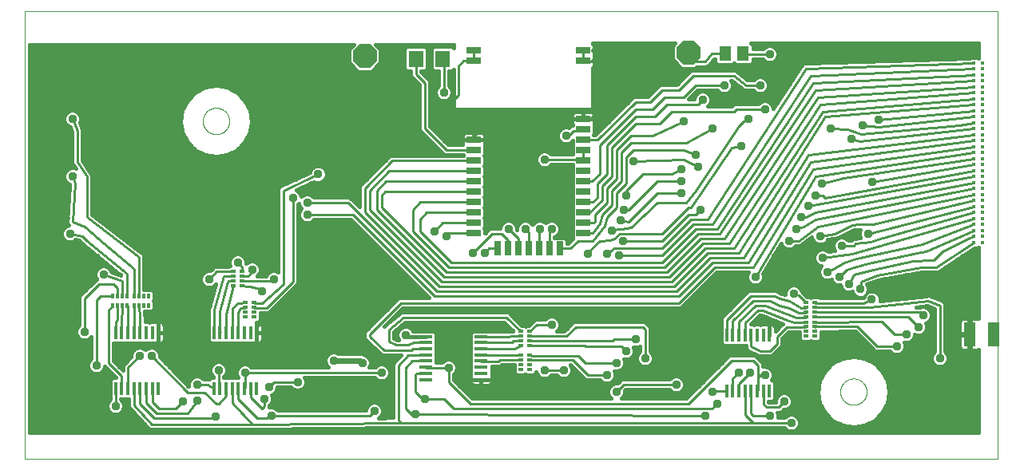
<source format=gbl>
G75*
%MOIN*%
%OFA0B0*%
%FSLAX25Y25*%
%IPPOS*%
%LPD*%
%AMOC8*
5,1,8,0,0,1.08239X$1,22.5*
%
%ADD10C,0.00000*%
%ADD11R,0.06299X0.07098*%
%ADD12R,0.01181X0.05709*%
%ADD13R,0.05709X0.01181*%
%ADD14OC8,0.10000*%
%ADD15R,0.05906X0.02756*%
%ADD16R,0.02756X0.05906*%
%ADD17R,0.01500X0.01500*%
%ADD18R,0.05118X0.05906*%
%ADD19R,0.01575X0.01969*%
%ADD20R,0.01181X0.01969*%
%ADD21R,0.01969X0.01575*%
%ADD22R,0.01969X0.01181*%
%ADD23R,0.05000X0.10000*%
%ADD24C,0.01000*%
%ADD25C,0.03762*%
%ADD26C,0.02400*%
%ADD27C,0.01600*%
D10*
X0001800Y0001100D02*
X0001800Y0188061D01*
X0407901Y0188061D01*
X0407961Y0188101D02*
X0408039Y0001000D01*
X0408001Y0001000D02*
X0001800Y0001100D01*
X0076288Y0142100D02*
X0076290Y0142248D01*
X0076296Y0142396D01*
X0076306Y0142544D01*
X0076320Y0142691D01*
X0076338Y0142838D01*
X0076359Y0142984D01*
X0076385Y0143130D01*
X0076415Y0143275D01*
X0076448Y0143419D01*
X0076486Y0143562D01*
X0076527Y0143704D01*
X0076572Y0143845D01*
X0076620Y0143985D01*
X0076673Y0144124D01*
X0076729Y0144261D01*
X0076789Y0144396D01*
X0076852Y0144530D01*
X0076919Y0144662D01*
X0076990Y0144792D01*
X0077064Y0144920D01*
X0077141Y0145046D01*
X0077222Y0145170D01*
X0077306Y0145292D01*
X0077393Y0145411D01*
X0077484Y0145528D01*
X0077578Y0145643D01*
X0077674Y0145755D01*
X0077774Y0145865D01*
X0077876Y0145971D01*
X0077982Y0146075D01*
X0078090Y0146176D01*
X0078201Y0146274D01*
X0078314Y0146370D01*
X0078430Y0146462D01*
X0078548Y0146551D01*
X0078669Y0146636D01*
X0078792Y0146719D01*
X0078917Y0146798D01*
X0079044Y0146874D01*
X0079173Y0146946D01*
X0079304Y0147015D01*
X0079437Y0147080D01*
X0079572Y0147141D01*
X0079708Y0147199D01*
X0079845Y0147254D01*
X0079984Y0147304D01*
X0080125Y0147351D01*
X0080266Y0147394D01*
X0080409Y0147434D01*
X0080553Y0147469D01*
X0080697Y0147501D01*
X0080843Y0147528D01*
X0080989Y0147552D01*
X0081136Y0147572D01*
X0081283Y0147588D01*
X0081430Y0147600D01*
X0081578Y0147608D01*
X0081726Y0147612D01*
X0081874Y0147612D01*
X0082022Y0147608D01*
X0082170Y0147600D01*
X0082317Y0147588D01*
X0082464Y0147572D01*
X0082611Y0147552D01*
X0082757Y0147528D01*
X0082903Y0147501D01*
X0083047Y0147469D01*
X0083191Y0147434D01*
X0083334Y0147394D01*
X0083475Y0147351D01*
X0083616Y0147304D01*
X0083755Y0147254D01*
X0083892Y0147199D01*
X0084028Y0147141D01*
X0084163Y0147080D01*
X0084296Y0147015D01*
X0084427Y0146946D01*
X0084556Y0146874D01*
X0084683Y0146798D01*
X0084808Y0146719D01*
X0084931Y0146636D01*
X0085052Y0146551D01*
X0085170Y0146462D01*
X0085286Y0146370D01*
X0085399Y0146274D01*
X0085510Y0146176D01*
X0085618Y0146075D01*
X0085724Y0145971D01*
X0085826Y0145865D01*
X0085926Y0145755D01*
X0086022Y0145643D01*
X0086116Y0145528D01*
X0086207Y0145411D01*
X0086294Y0145292D01*
X0086378Y0145170D01*
X0086459Y0145046D01*
X0086536Y0144920D01*
X0086610Y0144792D01*
X0086681Y0144662D01*
X0086748Y0144530D01*
X0086811Y0144396D01*
X0086871Y0144261D01*
X0086927Y0144124D01*
X0086980Y0143985D01*
X0087028Y0143845D01*
X0087073Y0143704D01*
X0087114Y0143562D01*
X0087152Y0143419D01*
X0087185Y0143275D01*
X0087215Y0143130D01*
X0087241Y0142984D01*
X0087262Y0142838D01*
X0087280Y0142691D01*
X0087294Y0142544D01*
X0087304Y0142396D01*
X0087310Y0142248D01*
X0087312Y0142100D01*
X0087310Y0141952D01*
X0087304Y0141804D01*
X0087294Y0141656D01*
X0087280Y0141509D01*
X0087262Y0141362D01*
X0087241Y0141216D01*
X0087215Y0141070D01*
X0087185Y0140925D01*
X0087152Y0140781D01*
X0087114Y0140638D01*
X0087073Y0140496D01*
X0087028Y0140355D01*
X0086980Y0140215D01*
X0086927Y0140076D01*
X0086871Y0139939D01*
X0086811Y0139804D01*
X0086748Y0139670D01*
X0086681Y0139538D01*
X0086610Y0139408D01*
X0086536Y0139280D01*
X0086459Y0139154D01*
X0086378Y0139030D01*
X0086294Y0138908D01*
X0086207Y0138789D01*
X0086116Y0138672D01*
X0086022Y0138557D01*
X0085926Y0138445D01*
X0085826Y0138335D01*
X0085724Y0138229D01*
X0085618Y0138125D01*
X0085510Y0138024D01*
X0085399Y0137926D01*
X0085286Y0137830D01*
X0085170Y0137738D01*
X0085052Y0137649D01*
X0084931Y0137564D01*
X0084808Y0137481D01*
X0084683Y0137402D01*
X0084556Y0137326D01*
X0084427Y0137254D01*
X0084296Y0137185D01*
X0084163Y0137120D01*
X0084028Y0137059D01*
X0083892Y0137001D01*
X0083755Y0136946D01*
X0083616Y0136896D01*
X0083475Y0136849D01*
X0083334Y0136806D01*
X0083191Y0136766D01*
X0083047Y0136731D01*
X0082903Y0136699D01*
X0082757Y0136672D01*
X0082611Y0136648D01*
X0082464Y0136628D01*
X0082317Y0136612D01*
X0082170Y0136600D01*
X0082022Y0136592D01*
X0081874Y0136588D01*
X0081726Y0136588D01*
X0081578Y0136592D01*
X0081430Y0136600D01*
X0081283Y0136612D01*
X0081136Y0136628D01*
X0080989Y0136648D01*
X0080843Y0136672D01*
X0080697Y0136699D01*
X0080553Y0136731D01*
X0080409Y0136766D01*
X0080266Y0136806D01*
X0080125Y0136849D01*
X0079984Y0136896D01*
X0079845Y0136946D01*
X0079708Y0137001D01*
X0079572Y0137059D01*
X0079437Y0137120D01*
X0079304Y0137185D01*
X0079173Y0137254D01*
X0079044Y0137326D01*
X0078917Y0137402D01*
X0078792Y0137481D01*
X0078669Y0137564D01*
X0078548Y0137649D01*
X0078430Y0137738D01*
X0078314Y0137830D01*
X0078201Y0137926D01*
X0078090Y0138024D01*
X0077982Y0138125D01*
X0077876Y0138229D01*
X0077774Y0138335D01*
X0077674Y0138445D01*
X0077578Y0138557D01*
X0077484Y0138672D01*
X0077393Y0138789D01*
X0077306Y0138908D01*
X0077222Y0139030D01*
X0077141Y0139154D01*
X0077064Y0139280D01*
X0076990Y0139408D01*
X0076919Y0139538D01*
X0076852Y0139670D01*
X0076789Y0139804D01*
X0076729Y0139939D01*
X0076673Y0140076D01*
X0076620Y0140215D01*
X0076572Y0140355D01*
X0076527Y0140496D01*
X0076486Y0140638D01*
X0076448Y0140781D01*
X0076415Y0140925D01*
X0076385Y0141070D01*
X0076359Y0141216D01*
X0076338Y0141362D01*
X0076320Y0141509D01*
X0076306Y0141656D01*
X0076296Y0141804D01*
X0076290Y0141952D01*
X0076288Y0142100D01*
X0342288Y0029000D02*
X0342290Y0029148D01*
X0342296Y0029296D01*
X0342306Y0029444D01*
X0342320Y0029591D01*
X0342338Y0029738D01*
X0342359Y0029884D01*
X0342385Y0030030D01*
X0342415Y0030175D01*
X0342448Y0030319D01*
X0342486Y0030462D01*
X0342527Y0030604D01*
X0342572Y0030745D01*
X0342620Y0030885D01*
X0342673Y0031024D01*
X0342729Y0031161D01*
X0342789Y0031296D01*
X0342852Y0031430D01*
X0342919Y0031562D01*
X0342990Y0031692D01*
X0343064Y0031820D01*
X0343141Y0031946D01*
X0343222Y0032070D01*
X0343306Y0032192D01*
X0343393Y0032311D01*
X0343484Y0032428D01*
X0343578Y0032543D01*
X0343674Y0032655D01*
X0343774Y0032765D01*
X0343876Y0032871D01*
X0343982Y0032975D01*
X0344090Y0033076D01*
X0344201Y0033174D01*
X0344314Y0033270D01*
X0344430Y0033362D01*
X0344548Y0033451D01*
X0344669Y0033536D01*
X0344792Y0033619D01*
X0344917Y0033698D01*
X0345044Y0033774D01*
X0345173Y0033846D01*
X0345304Y0033915D01*
X0345437Y0033980D01*
X0345572Y0034041D01*
X0345708Y0034099D01*
X0345845Y0034154D01*
X0345984Y0034204D01*
X0346125Y0034251D01*
X0346266Y0034294D01*
X0346409Y0034334D01*
X0346553Y0034369D01*
X0346697Y0034401D01*
X0346843Y0034428D01*
X0346989Y0034452D01*
X0347136Y0034472D01*
X0347283Y0034488D01*
X0347430Y0034500D01*
X0347578Y0034508D01*
X0347726Y0034512D01*
X0347874Y0034512D01*
X0348022Y0034508D01*
X0348170Y0034500D01*
X0348317Y0034488D01*
X0348464Y0034472D01*
X0348611Y0034452D01*
X0348757Y0034428D01*
X0348903Y0034401D01*
X0349047Y0034369D01*
X0349191Y0034334D01*
X0349334Y0034294D01*
X0349475Y0034251D01*
X0349616Y0034204D01*
X0349755Y0034154D01*
X0349892Y0034099D01*
X0350028Y0034041D01*
X0350163Y0033980D01*
X0350296Y0033915D01*
X0350427Y0033846D01*
X0350556Y0033774D01*
X0350683Y0033698D01*
X0350808Y0033619D01*
X0350931Y0033536D01*
X0351052Y0033451D01*
X0351170Y0033362D01*
X0351286Y0033270D01*
X0351399Y0033174D01*
X0351510Y0033076D01*
X0351618Y0032975D01*
X0351724Y0032871D01*
X0351826Y0032765D01*
X0351926Y0032655D01*
X0352022Y0032543D01*
X0352116Y0032428D01*
X0352207Y0032311D01*
X0352294Y0032192D01*
X0352378Y0032070D01*
X0352459Y0031946D01*
X0352536Y0031820D01*
X0352610Y0031692D01*
X0352681Y0031562D01*
X0352748Y0031430D01*
X0352811Y0031296D01*
X0352871Y0031161D01*
X0352927Y0031024D01*
X0352980Y0030885D01*
X0353028Y0030745D01*
X0353073Y0030604D01*
X0353114Y0030462D01*
X0353152Y0030319D01*
X0353185Y0030175D01*
X0353215Y0030030D01*
X0353241Y0029884D01*
X0353262Y0029738D01*
X0353280Y0029591D01*
X0353294Y0029444D01*
X0353304Y0029296D01*
X0353310Y0029148D01*
X0353312Y0029000D01*
X0353310Y0028852D01*
X0353304Y0028704D01*
X0353294Y0028556D01*
X0353280Y0028409D01*
X0353262Y0028262D01*
X0353241Y0028116D01*
X0353215Y0027970D01*
X0353185Y0027825D01*
X0353152Y0027681D01*
X0353114Y0027538D01*
X0353073Y0027396D01*
X0353028Y0027255D01*
X0352980Y0027115D01*
X0352927Y0026976D01*
X0352871Y0026839D01*
X0352811Y0026704D01*
X0352748Y0026570D01*
X0352681Y0026438D01*
X0352610Y0026308D01*
X0352536Y0026180D01*
X0352459Y0026054D01*
X0352378Y0025930D01*
X0352294Y0025808D01*
X0352207Y0025689D01*
X0352116Y0025572D01*
X0352022Y0025457D01*
X0351926Y0025345D01*
X0351826Y0025235D01*
X0351724Y0025129D01*
X0351618Y0025025D01*
X0351510Y0024924D01*
X0351399Y0024826D01*
X0351286Y0024730D01*
X0351170Y0024638D01*
X0351052Y0024549D01*
X0350931Y0024464D01*
X0350808Y0024381D01*
X0350683Y0024302D01*
X0350556Y0024226D01*
X0350427Y0024154D01*
X0350296Y0024085D01*
X0350163Y0024020D01*
X0350028Y0023959D01*
X0349892Y0023901D01*
X0349755Y0023846D01*
X0349616Y0023796D01*
X0349475Y0023749D01*
X0349334Y0023706D01*
X0349191Y0023666D01*
X0349047Y0023631D01*
X0348903Y0023599D01*
X0348757Y0023572D01*
X0348611Y0023548D01*
X0348464Y0023528D01*
X0348317Y0023512D01*
X0348170Y0023500D01*
X0348022Y0023492D01*
X0347874Y0023488D01*
X0347726Y0023488D01*
X0347578Y0023492D01*
X0347430Y0023500D01*
X0347283Y0023512D01*
X0347136Y0023528D01*
X0346989Y0023548D01*
X0346843Y0023572D01*
X0346697Y0023599D01*
X0346553Y0023631D01*
X0346409Y0023666D01*
X0346266Y0023706D01*
X0346125Y0023749D01*
X0345984Y0023796D01*
X0345845Y0023846D01*
X0345708Y0023901D01*
X0345572Y0023959D01*
X0345437Y0024020D01*
X0345304Y0024085D01*
X0345173Y0024154D01*
X0345044Y0024226D01*
X0344917Y0024302D01*
X0344792Y0024381D01*
X0344669Y0024464D01*
X0344548Y0024549D01*
X0344430Y0024638D01*
X0344314Y0024730D01*
X0344201Y0024826D01*
X0344090Y0024924D01*
X0343982Y0025025D01*
X0343876Y0025129D01*
X0343774Y0025235D01*
X0343674Y0025345D01*
X0343578Y0025457D01*
X0343484Y0025572D01*
X0343393Y0025689D01*
X0343306Y0025808D01*
X0343222Y0025930D01*
X0343141Y0026054D01*
X0343064Y0026180D01*
X0342990Y0026308D01*
X0342919Y0026438D01*
X0342852Y0026570D01*
X0342789Y0026704D01*
X0342729Y0026839D01*
X0342673Y0026976D01*
X0342620Y0027115D01*
X0342572Y0027255D01*
X0342527Y0027396D01*
X0342486Y0027538D01*
X0342448Y0027681D01*
X0342415Y0027825D01*
X0342385Y0027970D01*
X0342359Y0028116D01*
X0342338Y0028262D01*
X0342320Y0028409D01*
X0342306Y0028556D01*
X0342296Y0028704D01*
X0342290Y0028852D01*
X0342288Y0029000D01*
D11*
X0176398Y0168100D03*
X0165202Y0168100D03*
D12*
X0098757Y0053714D03*
X0096198Y0053714D03*
X0093639Y0053714D03*
X0091080Y0053714D03*
X0088520Y0053714D03*
X0085961Y0053714D03*
X0083402Y0053714D03*
X0080843Y0053714D03*
X0057757Y0053714D03*
X0055198Y0053714D03*
X0052639Y0053714D03*
X0050080Y0053714D03*
X0047520Y0053714D03*
X0044961Y0053714D03*
X0042402Y0053714D03*
X0039843Y0053714D03*
X0039843Y0030486D03*
X0042402Y0030486D03*
X0044961Y0030486D03*
X0047520Y0030486D03*
X0050080Y0030486D03*
X0052639Y0030486D03*
X0055198Y0030486D03*
X0057757Y0030486D03*
X0080843Y0030486D03*
X0083402Y0030486D03*
X0085961Y0030486D03*
X0088520Y0030486D03*
X0091080Y0030486D03*
X0093639Y0030486D03*
X0096198Y0030486D03*
X0098757Y0030486D03*
X0294843Y0029486D03*
X0297402Y0029486D03*
X0299961Y0029486D03*
X0302520Y0029486D03*
X0305080Y0029486D03*
X0307639Y0029486D03*
X0310198Y0029486D03*
X0312757Y0029486D03*
X0312757Y0052714D03*
X0310198Y0052714D03*
X0307639Y0052714D03*
X0305080Y0052714D03*
X0302520Y0052714D03*
X0299961Y0052714D03*
X0297402Y0052714D03*
X0294843Y0052714D03*
D13*
X0192414Y0052057D03*
X0192414Y0049498D03*
X0192414Y0046939D03*
X0192414Y0044380D03*
X0192414Y0041820D03*
X0192414Y0039261D03*
X0192414Y0036702D03*
X0192414Y0034143D03*
X0169186Y0034143D03*
X0169186Y0036702D03*
X0169186Y0039261D03*
X0169186Y0041820D03*
X0169186Y0044380D03*
X0169186Y0046939D03*
X0169186Y0049498D03*
X0169186Y0052057D03*
D14*
X0143800Y0169300D03*
X0278800Y0170700D03*
D15*
X0235013Y0171565D03*
X0235013Y0167234D03*
X0189343Y0167234D03*
X0189343Y0171565D03*
X0235013Y0142824D03*
X0235013Y0138494D03*
X0235013Y0134163D03*
X0235013Y0129832D03*
X0235013Y0125502D03*
X0235013Y0121171D03*
X0235013Y0116840D03*
X0235013Y0112509D03*
X0235013Y0108179D03*
X0235013Y0103848D03*
X0235013Y0099517D03*
X0235013Y0095187D03*
X0189343Y0095187D03*
X0189343Y0099517D03*
X0189343Y0103848D03*
X0189343Y0108179D03*
X0189343Y0112509D03*
X0189343Y0116840D03*
X0189343Y0121171D03*
X0189343Y0125502D03*
X0189343Y0129832D03*
X0189343Y0134163D03*
D16*
X0199186Y0088887D03*
X0203517Y0088887D03*
X0207847Y0088887D03*
X0212178Y0088887D03*
X0216509Y0088887D03*
X0220839Y0088887D03*
X0225170Y0088887D03*
D17*
X0398013Y0091400D03*
X0398013Y0093900D03*
X0398013Y0096400D03*
X0401587Y0096400D03*
X0401587Y0093900D03*
X0401587Y0091400D03*
X0401587Y0098900D03*
X0401587Y0101400D03*
X0401587Y0103900D03*
X0398013Y0103900D03*
X0398013Y0101400D03*
X0398013Y0098900D03*
X0398013Y0106400D03*
X0398013Y0108900D03*
X0398013Y0111400D03*
X0401587Y0111400D03*
X0401587Y0108900D03*
X0401587Y0106400D03*
X0401587Y0113900D03*
X0401587Y0116300D03*
X0401587Y0118900D03*
X0398013Y0118900D03*
X0398013Y0116300D03*
X0398013Y0113900D03*
X0398013Y0121400D03*
X0398013Y0123900D03*
X0397913Y0126400D03*
X0401487Y0126400D03*
X0401587Y0123900D03*
X0401587Y0121400D03*
X0401487Y0128900D03*
X0401487Y0131400D03*
X0401587Y0133900D03*
X0398013Y0133900D03*
X0397913Y0131400D03*
X0397913Y0128900D03*
X0398013Y0136400D03*
X0398013Y0138900D03*
X0398013Y0141400D03*
X0401587Y0141400D03*
X0401587Y0138900D03*
X0401587Y0136400D03*
X0401587Y0143900D03*
X0401587Y0146400D03*
X0401587Y0148900D03*
X0398013Y0148900D03*
X0398013Y0146400D03*
X0398013Y0143900D03*
X0398013Y0151400D03*
X0398013Y0153900D03*
X0398013Y0156400D03*
X0401587Y0156400D03*
X0401587Y0153900D03*
X0401587Y0151400D03*
X0401587Y0158900D03*
X0401587Y0161400D03*
X0401587Y0163900D03*
X0401587Y0166400D03*
X0398013Y0166400D03*
X0398013Y0163900D03*
X0398013Y0161400D03*
X0398013Y0158900D03*
D18*
X0301640Y0170200D03*
X0294160Y0170200D03*
D19*
X0053556Y0069069D03*
X0053556Y0065131D03*
X0047650Y0065131D03*
X0044556Y0065131D03*
X0038650Y0065131D03*
X0038650Y0069069D03*
X0044556Y0069069D03*
X0047650Y0069069D03*
D20*
X0049619Y0069069D03*
X0051587Y0069069D03*
X0051587Y0065131D03*
X0049619Y0065131D03*
X0042587Y0065131D03*
X0040619Y0065131D03*
X0040619Y0069069D03*
X0042587Y0069069D03*
D21*
X0088831Y0073344D03*
X0092769Y0073344D03*
X0092769Y0079250D03*
X0088831Y0079250D03*
X0093831Y0066250D03*
X0097769Y0066250D03*
X0097769Y0060344D03*
X0093831Y0060344D03*
X0208831Y0054250D03*
X0212769Y0054250D03*
X0212769Y0048344D03*
X0208831Y0048344D03*
X0208831Y0044250D03*
X0212769Y0044250D03*
X0212769Y0038344D03*
X0208831Y0038344D03*
X0327831Y0052244D03*
X0331769Y0052244D03*
X0331769Y0058150D03*
X0331769Y0060344D03*
X0327831Y0060344D03*
X0327831Y0058150D03*
X0327831Y0066250D03*
X0331769Y0066250D03*
D22*
X0331769Y0064281D03*
X0331769Y0062313D03*
X0327831Y0062313D03*
X0327831Y0064281D03*
X0327831Y0056181D03*
X0327831Y0054213D03*
X0331769Y0054213D03*
X0331769Y0056181D03*
X0212769Y0052281D03*
X0212769Y0050313D03*
X0208831Y0050313D03*
X0208831Y0052281D03*
X0208831Y0042281D03*
X0208831Y0040313D03*
X0212769Y0040313D03*
X0212769Y0042281D03*
X0097769Y0062313D03*
X0097769Y0064281D03*
X0093831Y0064281D03*
X0093831Y0062313D03*
X0092769Y0075313D03*
X0092769Y0077281D03*
X0088831Y0077281D03*
X0088831Y0075313D03*
D23*
X0396300Y0053000D03*
X0406300Y0053000D03*
D24*
X0396300Y0053000D02*
X0396300Y0059600D01*
X0386800Y0069100D01*
X0378800Y0076100D01*
X0359200Y0076100D01*
X0351800Y0068700D01*
X0331100Y0068700D01*
X0325200Y0074600D01*
X0312800Y0074600D01*
X0310600Y0072400D01*
X0287100Y0072400D01*
X0282800Y0068100D01*
X0274800Y0069100D02*
X0288800Y0083100D01*
X0303800Y0083100D01*
X0329800Y0125100D01*
X0398013Y0133900D01*
X0397913Y0131400D02*
X0330800Y0122100D01*
X0305800Y0081100D01*
X0289800Y0081100D01*
X0274800Y0066100D01*
X0158800Y0066100D01*
X0145800Y0053100D01*
X0145800Y0052100D01*
X0151800Y0046400D01*
X0163200Y0046400D01*
X0164039Y0046939D01*
X0169186Y0046939D01*
X0169186Y0044380D02*
X0162080Y0044380D01*
X0157800Y0040100D01*
X0157800Y0017100D01*
X0158800Y0016100D01*
X0305800Y0016100D01*
X0321800Y0016100D01*
X0312800Y0019100D02*
X0305800Y0019100D01*
X0304800Y0020100D01*
X0304800Y0029206D01*
X0305080Y0029486D01*
X0307639Y0029486D02*
X0307800Y0029647D01*
X0307800Y0035100D01*
X0308800Y0036100D01*
X0310800Y0036100D01*
X0307800Y0035100D02*
X0307800Y0040100D01*
X0305800Y0042100D01*
X0296800Y0042100D01*
X0278800Y0024100D01*
X0187800Y0024100D01*
X0178800Y0033100D01*
X0178800Y0039100D01*
X0169347Y0039100D01*
X0169186Y0039261D01*
X0169186Y0036702D02*
X0165402Y0036702D01*
X0164800Y0036100D01*
X0164800Y0029100D01*
X0167800Y0026100D01*
X0168800Y0026100D01*
X0176800Y0026100D01*
X0180800Y0022100D01*
X0288700Y0022000D01*
X0291000Y0024100D01*
X0285800Y0019100D02*
X0164800Y0019500D01*
X0163800Y0019100D01*
X0160800Y0022100D01*
X0160800Y0039100D01*
X0163520Y0041820D01*
X0169186Y0041820D01*
X0164198Y0049498D02*
X0161800Y0048600D01*
X0156800Y0048600D01*
X0153800Y0050100D01*
X0153800Y0055100D01*
X0159800Y0060100D01*
X0202981Y0060100D01*
X0208831Y0054250D01*
X0208831Y0052281D02*
X0204981Y0052281D01*
X0203800Y0052100D01*
X0192457Y0052100D01*
X0192414Y0052057D01*
X0192414Y0049498D02*
X0205198Y0049498D01*
X0206013Y0050313D01*
X0208831Y0050313D01*
X0208831Y0048344D02*
X0206426Y0046939D01*
X0192414Y0046939D01*
X0192414Y0044380D02*
X0208702Y0044380D01*
X0208831Y0044250D01*
X0208831Y0042281D02*
X0200181Y0042281D01*
X0199700Y0041800D01*
X0192435Y0041800D01*
X0192414Y0041820D01*
X0184800Y0036100D02*
X0184800Y0049100D01*
X0177800Y0056100D01*
X0169186Y0049498D02*
X0164198Y0049498D01*
X0161757Y0052057D02*
X0160900Y0052800D01*
X0150800Y0037100D02*
X0093800Y0037100D01*
X0093800Y0030647D01*
X0093639Y0030486D01*
X0096198Y0030486D02*
X0096198Y0026702D01*
X0100800Y0022100D01*
X0101800Y0023100D01*
X0101800Y0026100D01*
X0098800Y0018100D02*
X0091080Y0025820D01*
X0091080Y0030486D01*
X0088520Y0030486D02*
X0088520Y0024380D01*
X0097000Y0015300D01*
X0158800Y0016100D01*
X0147800Y0021100D02*
X0145800Y0019100D01*
X0104800Y0019100D01*
X0103800Y0019100D01*
X0102800Y0018100D01*
X0098800Y0018100D01*
X0097000Y0015300D02*
X0054900Y0015300D01*
X0047520Y0023380D01*
X0047520Y0030486D01*
X0044961Y0030486D02*
X0044961Y0039261D01*
X0049800Y0044100D01*
X0054800Y0044100D02*
X0069800Y0028800D01*
X0076800Y0028800D01*
X0081800Y0024100D01*
X0082800Y0024100D01*
X0085961Y0027261D01*
X0085961Y0030486D01*
X0083402Y0030486D02*
X0082800Y0031088D01*
X0082800Y0038100D01*
X0092800Y0042100D02*
X0098800Y0048100D01*
X0098800Y0053671D01*
X0098757Y0053714D01*
X0098757Y0056057D01*
X0102800Y0060100D01*
X0117800Y0060100D01*
X0102800Y0064100D02*
X0097950Y0064100D01*
X0097769Y0064281D01*
X0097918Y0066100D02*
X0100800Y0066100D01*
X0109800Y0074100D01*
X0109800Y0113100D01*
X0124400Y0119900D01*
X0143800Y0114100D02*
X0143800Y0104100D01*
X0174800Y0073100D01*
X0272800Y0073100D01*
X0286800Y0087100D01*
X0299800Y0087100D01*
X0335800Y0144100D01*
X0398013Y0148900D01*
X0398013Y0146400D02*
X0358200Y0142800D01*
X0358200Y0139500D02*
X0351600Y0140400D01*
X0351100Y0136800D02*
X0345400Y0138800D01*
X0338400Y0138900D01*
X0346900Y0134500D02*
X0350200Y0133800D01*
X0398013Y0138900D01*
X0398013Y0141400D02*
X0392113Y0140400D01*
X0351100Y0136800D01*
X0358200Y0139500D02*
X0398013Y0143900D01*
X0398013Y0136400D02*
X0328800Y0128100D01*
X0301800Y0085100D01*
X0287800Y0085100D01*
X0273800Y0071100D01*
X0173800Y0071100D01*
X0136800Y0108100D01*
X0119800Y0108100D01*
X0113800Y0110100D02*
X0113800Y0075100D01*
X0102800Y0064100D01*
X0097918Y0066100D02*
X0097769Y0066250D01*
X0093831Y0066250D02*
X0091682Y0066100D01*
X0090800Y0066100D01*
X0088520Y0063820D01*
X0088520Y0053714D01*
X0085961Y0053714D02*
X0085961Y0061474D01*
X0088831Y0073344D01*
X0088831Y0075313D02*
X0086831Y0075313D01*
X0086619Y0075100D01*
X0083800Y0065100D01*
X0083402Y0062702D01*
X0083402Y0053714D01*
X0083587Y0053899D01*
X0080843Y0053714D02*
X0080843Y0063293D01*
X0084831Y0077281D01*
X0088831Y0077281D01*
X0088831Y0079250D02*
X0081950Y0079250D01*
X0078800Y0076100D01*
X0090800Y0083100D02*
X0092769Y0081131D01*
X0092769Y0079250D01*
X0092769Y0077281D02*
X0094981Y0077281D01*
X0095800Y0078100D01*
X0096800Y0080100D01*
X0105013Y0075313D02*
X0105800Y0076100D01*
X0105013Y0075313D02*
X0092769Y0075313D01*
X0092769Y0073344D02*
X0095013Y0073100D01*
X0095800Y0073100D01*
X0099800Y0072100D01*
X0100800Y0071100D01*
X0093831Y0064281D02*
X0093650Y0064100D01*
X0091800Y0064100D01*
X0091080Y0061820D01*
X0091080Y0053714D01*
X0092800Y0042100D02*
X0061800Y0042100D01*
X0057757Y0046143D01*
X0057757Y0053714D01*
X0050080Y0053714D02*
X0050080Y0060131D01*
X0049619Y0065131D01*
X0047650Y0065131D02*
X0047520Y0065131D01*
X0047520Y0053714D01*
X0044961Y0053714D02*
X0044961Y0065131D01*
X0044556Y0065131D01*
X0042587Y0065131D02*
X0042402Y0057131D01*
X0042402Y0053714D01*
X0039900Y0053771D02*
X0039843Y0053714D01*
X0039900Y0053771D02*
X0039900Y0058400D01*
X0040619Y0059119D01*
X0040619Y0065131D01*
X0038650Y0065131D02*
X0036800Y0063131D01*
X0036800Y0041100D01*
X0042402Y0035498D01*
X0042402Y0030486D01*
X0039843Y0030486D02*
X0039843Y0023143D01*
X0039800Y0023100D01*
X0050080Y0023820D02*
X0055800Y0018100D01*
X0079800Y0018100D01*
X0081600Y0018800D01*
X0074000Y0025400D02*
X0069800Y0020100D01*
X0056800Y0020100D01*
X0052639Y0024261D01*
X0052639Y0030486D01*
X0055198Y0030486D02*
X0055198Y0024702D01*
X0057800Y0022100D01*
X0064800Y0022100D01*
X0067800Y0025100D01*
X0073800Y0032100D02*
X0078414Y0032086D01*
X0080843Y0030486D01*
X0103800Y0031100D02*
X0105800Y0033100D01*
X0115800Y0033100D01*
X0050080Y0030486D02*
X0050080Y0023820D01*
X0031800Y0040100D02*
X0031800Y0067300D01*
X0033569Y0069069D01*
X0038650Y0069069D01*
X0040619Y0069069D02*
X0040619Y0072281D01*
X0038800Y0074100D01*
X0032800Y0074100D01*
X0026800Y0068100D01*
X0026800Y0054100D01*
X0042587Y0069069D02*
X0042587Y0075313D01*
X0034800Y0078100D01*
X0044556Y0078344D02*
X0027800Y0092100D01*
X0025800Y0094100D01*
X0020800Y0095100D01*
X0021800Y0100100D02*
X0026800Y0098100D01*
X0034800Y0091100D01*
X0047650Y0080250D01*
X0047650Y0069069D01*
X0049619Y0069069D02*
X0049619Y0085281D01*
X0027800Y0102100D01*
X0027800Y0119100D01*
X0023800Y0125100D01*
X0023800Y0138100D01*
X0021800Y0143100D01*
X0021800Y0119100D02*
X0022800Y0116100D01*
X0021800Y0100100D01*
X0044556Y0078344D02*
X0044556Y0069069D01*
X0119800Y0103100D02*
X0138800Y0103100D01*
X0172800Y0069100D01*
X0274800Y0069100D01*
X0271800Y0075100D02*
X0285800Y0089100D01*
X0297800Y0089100D01*
X0334800Y0146100D01*
X0398013Y0151400D01*
X0398013Y0153900D02*
X0333800Y0149100D01*
X0295800Y0091100D01*
X0284800Y0091100D01*
X0270800Y0077100D01*
X0176800Y0077100D01*
X0148800Y0105100D01*
X0148800Y0113100D01*
X0152540Y0116840D01*
X0189343Y0116840D01*
X0189343Y0112509D02*
X0152209Y0112509D01*
X0150800Y0111100D01*
X0150800Y0106100D01*
X0177800Y0079100D01*
X0269800Y0079100D01*
X0283800Y0093100D01*
X0293800Y0093100D01*
X0332800Y0152100D01*
X0398013Y0156400D01*
X0398013Y0158900D02*
X0331800Y0155100D01*
X0291800Y0095100D01*
X0282800Y0095100D01*
X0268800Y0081100D01*
X0178800Y0081100D01*
X0163800Y0096100D01*
X0163800Y0105100D01*
X0166879Y0108179D01*
X0189343Y0108179D01*
X0189343Y0103848D02*
X0169548Y0103848D01*
X0166800Y0101100D01*
X0166800Y0096100D01*
X0179800Y0083100D01*
X0267800Y0083100D01*
X0281800Y0097100D01*
X0290800Y0097100D01*
X0330800Y0158100D01*
X0398013Y0161400D01*
X0398013Y0163900D02*
X0329800Y0161100D01*
X0288800Y0099100D01*
X0280800Y0099100D01*
X0267800Y0086100D01*
X0249800Y0086100D01*
X0247800Y0089100D02*
X0244800Y0086700D01*
X0247800Y0089100D02*
X0267800Y0089100D01*
X0279800Y0101100D01*
X0286800Y0101100D01*
X0327800Y0164100D01*
X0398013Y0166400D01*
X0397913Y0128900D02*
X0331800Y0119100D01*
X0306800Y0077100D01*
X0304800Y0069100D02*
X0314800Y0069100D01*
X0316800Y0068100D01*
X0320800Y0067100D01*
X0325800Y0064100D01*
X0327650Y0064100D01*
X0327831Y0064281D01*
X0327831Y0062313D02*
X0327619Y0062100D01*
X0324800Y0062100D01*
X0320800Y0064100D01*
X0316800Y0065100D01*
X0312800Y0067100D01*
X0305800Y0067100D01*
X0297402Y0058702D01*
X0297402Y0052714D01*
X0294843Y0052714D02*
X0294843Y0059143D01*
X0304800Y0069100D01*
X0306800Y0065100D02*
X0310800Y0065100D01*
X0323800Y0060100D01*
X0327587Y0060100D01*
X0327831Y0060344D01*
X0327831Y0058150D02*
X0327682Y0058100D01*
X0322800Y0058100D01*
X0319800Y0059100D01*
X0309800Y0063100D01*
X0307800Y0063100D01*
X0302520Y0057820D01*
X0302520Y0052714D01*
X0299961Y0052714D02*
X0299961Y0058261D01*
X0306800Y0065100D01*
X0308800Y0059100D02*
X0311000Y0059100D01*
X0312757Y0057343D01*
X0312757Y0052714D01*
X0312757Y0055143D01*
X0315800Y0052100D02*
X0319800Y0056100D01*
X0327650Y0056100D01*
X0327831Y0056181D01*
X0331769Y0056181D02*
X0349419Y0056281D01*
X0357600Y0048100D01*
X0365800Y0048100D01*
X0364800Y0048100D01*
X0364800Y0053100D02*
X0359650Y0058250D01*
X0331769Y0058150D01*
X0331918Y0058100D01*
X0331769Y0056181D02*
X0331950Y0056100D01*
X0331769Y0060344D02*
X0370556Y0060344D01*
X0374800Y0056100D01*
X0369800Y0053100D02*
X0364800Y0053100D01*
X0375587Y0062313D02*
X0376800Y0061100D01*
X0375587Y0062313D02*
X0331769Y0062313D01*
X0331769Y0064281D02*
X0354619Y0064281D01*
X0378800Y0067100D01*
X0383800Y0065100D01*
X0383800Y0043100D01*
X0355400Y0067600D02*
X0351800Y0066100D01*
X0331918Y0066100D01*
X0331769Y0066250D01*
X0327831Y0066250D02*
X0324800Y0069281D01*
X0322800Y0070100D01*
X0336800Y0079100D02*
X0343800Y0083100D01*
X0348800Y0084500D01*
X0376700Y0090600D01*
X0382400Y0093000D01*
X0398013Y0098900D01*
X0398013Y0101400D02*
X0347400Y0086800D01*
X0334800Y0085100D01*
X0342800Y0090100D02*
X0347800Y0090100D01*
X0348600Y0091000D01*
X0355000Y0091700D01*
X0359000Y0092900D01*
X0398013Y0103900D01*
X0398013Y0106400D02*
X0353800Y0095100D01*
X0354000Y0098900D02*
X0350000Y0098900D01*
X0347300Y0098600D01*
X0339800Y0095100D01*
X0333900Y0094100D01*
X0332800Y0098100D02*
X0398013Y0111400D01*
X0398013Y0108900D02*
X0355900Y0099100D01*
X0354000Y0098900D01*
X0354000Y0082800D02*
X0374400Y0087000D01*
X0378100Y0087700D01*
X0398013Y0096400D01*
X0398013Y0093900D02*
X0395700Y0093100D01*
X0384800Y0087600D01*
X0381300Y0084100D01*
X0379800Y0084100D01*
X0372600Y0083800D01*
X0355800Y0080100D01*
X0347800Y0078100D01*
X0345800Y0074100D01*
X0341800Y0077100D02*
X0344800Y0080100D01*
X0347800Y0081100D01*
X0354000Y0082800D01*
X0357500Y0077800D02*
X0350800Y0075100D01*
X0350500Y0071900D01*
X0357500Y0077800D02*
X0376000Y0081100D01*
X0382400Y0081100D01*
X0398013Y0091400D01*
X0398013Y0113900D02*
X0331800Y0101100D01*
X0326800Y0098100D01*
X0323800Y0097100D01*
X0324800Y0092100D02*
X0332800Y0098100D01*
X0331800Y0104100D02*
X0327800Y0102100D01*
X0325800Y0102100D01*
X0331800Y0104100D02*
X0398013Y0116300D01*
X0398013Y0118900D02*
X0328800Y0106600D01*
X0331800Y0111100D02*
X0334800Y0111100D01*
X0335800Y0110000D01*
X0398013Y0121400D01*
X0398013Y0123900D02*
X0355600Y0116800D01*
X0343500Y0118200D02*
X0334700Y0116100D01*
X0343500Y0118200D02*
X0397913Y0126400D01*
X0324800Y0092100D02*
X0320800Y0092100D01*
X0283800Y0105100D02*
X0281800Y0103100D01*
X0278800Y0103100D01*
X0267800Y0092100D01*
X0251600Y0092000D01*
X0250300Y0095100D02*
X0248000Y0093100D01*
X0246300Y0092200D01*
X0241800Y0092100D01*
X0237120Y0087420D01*
X0237120Y0086780D01*
X0232800Y0092100D02*
X0229587Y0088887D01*
X0225170Y0088887D01*
X0220839Y0088887D02*
X0220839Y0096139D01*
X0221800Y0097100D01*
X0216800Y0097100D02*
X0216509Y0096809D01*
X0216509Y0088887D01*
X0212178Y0088887D02*
X0212178Y0095722D01*
X0210800Y0097100D01*
X0207847Y0093053D02*
X0203800Y0097100D01*
X0200800Y0095100D02*
X0196800Y0095100D01*
X0188800Y0087100D01*
X0193800Y0087100D02*
X0195587Y0088887D01*
X0199186Y0088887D01*
X0203517Y0088887D02*
X0203517Y0092383D01*
X0200800Y0095100D01*
X0207847Y0093053D02*
X0207847Y0088887D01*
X0189343Y0095187D02*
X0178887Y0095187D01*
X0177800Y0094100D01*
X0172800Y0096100D02*
X0176217Y0099517D01*
X0189343Y0099517D01*
X0232800Y0092100D02*
X0238800Y0092100D01*
X0244100Y0098400D01*
X0244800Y0102100D01*
X0248800Y0106100D01*
X0248800Y0112100D01*
X0252800Y0116100D01*
X0252800Y0127100D01*
X0255800Y0130100D01*
X0276800Y0130100D01*
X0281800Y0128100D01*
X0282800Y0123100D02*
X0276800Y0126100D01*
X0256000Y0125200D01*
X0250800Y0129100D02*
X0254800Y0133100D01*
X0277800Y0133100D01*
X0288800Y0139100D01*
X0299800Y0140100D02*
X0301800Y0142100D01*
X0303800Y0143100D01*
X0299800Y0140100D02*
X0281800Y0113100D01*
X0277800Y0108100D01*
X0265800Y0108100D01*
X0255000Y0097700D01*
X0250800Y0097100D01*
X0249400Y0097000D01*
X0246900Y0096400D01*
X0250300Y0095100D02*
X0267800Y0095100D01*
X0278800Y0106100D01*
X0279800Y0106100D01*
X0296800Y0131100D01*
X0300800Y0131500D01*
X0276800Y0142100D02*
X0263800Y0136100D01*
X0254800Y0136100D01*
X0248800Y0130100D01*
X0248800Y0118100D01*
X0244800Y0114100D01*
X0244800Y0108100D01*
X0239800Y0103100D01*
X0239800Y0100100D01*
X0239217Y0099517D01*
X0235013Y0099517D01*
X0238887Y0095187D02*
X0242100Y0099400D01*
X0242800Y0103100D01*
X0246800Y0107100D01*
X0246800Y0113100D01*
X0250800Y0117100D01*
X0250800Y0129100D01*
X0246800Y0131100D02*
X0256800Y0141100D01*
X0266800Y0141100D01*
X0271800Y0146100D01*
X0297800Y0146100D01*
X0298800Y0147100D01*
X0310800Y0147100D01*
X0308800Y0157100D02*
X0302800Y0157100D01*
X0297800Y0161100D01*
X0280800Y0161100D01*
X0274800Y0155100D01*
X0267800Y0155100D01*
X0262800Y0150100D01*
X0256800Y0150100D01*
X0240863Y0134163D01*
X0235013Y0134163D01*
X0241800Y0132100D02*
X0256800Y0147100D01*
X0263800Y0147100D01*
X0268800Y0152100D01*
X0276800Y0152100D01*
X0281800Y0157100D01*
X0293800Y0157100D01*
X0284800Y0151100D02*
X0282800Y0149100D01*
X0269800Y0149100D01*
X0264800Y0144100D01*
X0256800Y0144100D01*
X0244800Y0132100D01*
X0244800Y0120100D01*
X0240800Y0116100D01*
X0240800Y0110100D01*
X0238879Y0108179D01*
X0235013Y0108179D01*
X0237548Y0103848D02*
X0242800Y0109100D01*
X0242800Y0115100D01*
X0246800Y0119100D01*
X0246800Y0131100D01*
X0241800Y0132100D02*
X0241800Y0120100D01*
X0238540Y0116840D01*
X0235013Y0116840D01*
X0252800Y0113100D02*
X0252800Y0111100D01*
X0252800Y0113100D02*
X0259800Y0120100D01*
X0271800Y0120100D01*
X0275800Y0122100D01*
X0275800Y0117100D02*
X0265800Y0117100D01*
X0253800Y0105100D01*
X0252000Y0105100D01*
X0250600Y0100500D02*
X0253800Y0100100D01*
X0265800Y0112100D01*
X0275800Y0112100D01*
X0251800Y0100100D02*
X0250600Y0100500D01*
X0238887Y0095187D02*
X0235013Y0095187D01*
X0235013Y0103848D02*
X0237548Y0103848D01*
X0189343Y0121171D02*
X0153871Y0121171D01*
X0145800Y0113100D01*
X0145800Y0105100D01*
X0175800Y0075100D01*
X0271800Y0075100D01*
X0259800Y0056100D02*
X0231800Y0056100D01*
X0227981Y0052281D01*
X0212769Y0052281D01*
X0212769Y0050313D02*
X0247313Y0050313D01*
X0248100Y0051100D01*
X0256800Y0051100D01*
X0260800Y0055100D02*
X0259800Y0056100D01*
X0260800Y0055100D02*
X0260800Y0043100D01*
X0252800Y0046100D02*
X0250800Y0048100D01*
X0235800Y0048100D01*
X0235556Y0048344D01*
X0212769Y0048344D01*
X0212769Y0044250D02*
X0213918Y0044100D01*
X0232800Y0044100D01*
X0235800Y0041100D01*
X0248800Y0041100D01*
X0244800Y0036100D02*
X0236800Y0036100D01*
X0230619Y0042281D01*
X0212769Y0042281D01*
X0218800Y0038100D02*
X0226800Y0038100D01*
X0248800Y0029100D02*
X0251800Y0032100D01*
X0273800Y0032100D01*
X0288800Y0029100D02*
X0291186Y0029486D01*
X0294843Y0029486D01*
X0297402Y0029486D02*
X0297402Y0034702D01*
X0299800Y0037100D01*
X0304600Y0037100D02*
X0299961Y0032261D01*
X0299961Y0029486D01*
X0302520Y0029486D02*
X0302520Y0019380D01*
X0305800Y0016100D01*
X0311700Y0022500D02*
X0316700Y0022500D01*
X0318800Y0025100D01*
X0311700Y0022500D02*
X0310298Y0023702D01*
X0310198Y0029486D01*
X0308800Y0046100D02*
X0312800Y0046100D01*
X0315800Y0049100D01*
X0315800Y0052100D01*
X0308800Y0046100D02*
X0305080Y0047820D01*
X0305080Y0052714D01*
X0221800Y0057100D02*
X0215619Y0057100D01*
X0212769Y0054250D01*
X0186757Y0034143D02*
X0184800Y0036100D01*
X0186757Y0034143D02*
X0192414Y0034143D01*
X0143800Y0114100D02*
X0155202Y0125502D01*
X0189343Y0125502D01*
X0189343Y0129832D02*
X0189076Y0130100D01*
X0177800Y0130100D01*
X0168800Y0139100D01*
X0168800Y0158100D01*
X0165202Y0161698D01*
X0165202Y0168100D01*
X0176398Y0168100D02*
X0176800Y0167698D01*
X0176800Y0154100D01*
X0182800Y0153100D02*
X0172800Y0143100D01*
X0181737Y0134163D01*
X0189343Y0134163D01*
X0189343Y0135643D01*
X0196800Y0143100D01*
X0203800Y0143100D01*
X0182800Y0153100D02*
X0182800Y0165100D01*
X0184934Y0167234D01*
X0189343Y0167234D01*
X0189343Y0171565D01*
X0235013Y0171565D02*
X0235013Y0167234D01*
X0235146Y0167100D01*
X0239800Y0167100D01*
X0240800Y0166100D01*
X0240800Y0146100D01*
X0237524Y0142824D01*
X0235013Y0142824D01*
X0234737Y0143100D01*
X0228800Y0143100D01*
X0230800Y0138100D02*
X0234619Y0138100D01*
X0235013Y0138494D01*
X0230800Y0138100D02*
X0228800Y0136100D01*
X0227800Y0136100D01*
X0235013Y0129832D02*
X0235013Y0125502D01*
X0234414Y0126100D01*
X0218800Y0126100D01*
X0280800Y0166900D02*
X0278800Y0172100D01*
X0278800Y0170700D01*
X0280800Y0166900D02*
X0285800Y0166900D01*
X0288700Y0170200D01*
X0294160Y0170200D01*
X0301640Y0170200D02*
X0304540Y0170100D01*
X0312800Y0170100D01*
D25*
X0312800Y0170100D03*
X0308800Y0157100D03*
X0293800Y0157100D03*
X0284800Y0151100D03*
X0276800Y0142100D03*
X0288800Y0139100D03*
X0303800Y0143100D03*
X0310800Y0147100D03*
X0338400Y0138900D03*
X0346900Y0134500D03*
X0351600Y0140400D03*
X0358200Y0142800D03*
X0355600Y0116800D03*
X0334700Y0116100D03*
X0331800Y0111100D03*
X0328800Y0106600D03*
X0325800Y0102100D03*
X0323800Y0097100D03*
X0320800Y0092100D03*
X0333900Y0094100D03*
X0342800Y0090100D03*
X0334800Y0085100D03*
X0336800Y0079100D03*
X0341800Y0077100D03*
X0345800Y0074100D03*
X0350500Y0071900D03*
X0355400Y0067600D03*
X0376800Y0061100D03*
X0374800Y0056100D03*
X0369800Y0053100D03*
X0365800Y0048100D03*
X0383800Y0043100D03*
X0386800Y0069100D03*
X0353800Y0095100D03*
X0306800Y0077100D03*
X0322800Y0070100D03*
X0308800Y0059100D03*
X0282800Y0068100D03*
X0256800Y0051100D03*
X0252800Y0046100D03*
X0260800Y0043100D03*
X0248800Y0041100D03*
X0244800Y0036100D03*
X0248800Y0029100D03*
X0226800Y0038100D03*
X0218800Y0038100D03*
X0221800Y0057100D03*
X0177800Y0056100D03*
X0160900Y0052800D03*
X0142800Y0041100D03*
X0150800Y0037100D03*
X0130800Y0042100D03*
X0115800Y0033100D03*
X0103800Y0031100D03*
X0101800Y0026100D03*
X0104800Y0019100D03*
X0081600Y0018800D03*
X0074000Y0025400D03*
X0067800Y0025100D03*
X0073800Y0032100D03*
X0082800Y0038100D03*
X0093800Y0037100D03*
X0054800Y0044100D03*
X0049800Y0044100D03*
X0031800Y0040100D03*
X0026800Y0054100D03*
X0034800Y0078100D03*
X0020800Y0095100D03*
X0021800Y0119100D03*
X0021800Y0143100D03*
X0113800Y0110100D03*
X0119800Y0108100D03*
X0119800Y0103100D03*
X0124400Y0119900D03*
X0172800Y0143100D03*
X0176800Y0154100D03*
X0203800Y0143100D03*
X0227800Y0136100D03*
X0228800Y0143100D03*
X0218800Y0126100D03*
X0252800Y0111100D03*
X0252000Y0105100D03*
X0250600Y0100500D03*
X0246900Y0096400D03*
X0251600Y0092000D03*
X0249800Y0086100D03*
X0244800Y0086700D03*
X0237120Y0086780D03*
X0221800Y0097100D03*
X0216800Y0097100D03*
X0210800Y0097100D03*
X0203800Y0097100D03*
X0193800Y0087100D03*
X0188800Y0087100D03*
X0177800Y0094100D03*
X0172800Y0096100D03*
X0152800Y0068100D03*
X0117800Y0060100D03*
X0100800Y0071100D03*
X0105800Y0076100D03*
X0096800Y0080100D03*
X0090800Y0083100D03*
X0078800Y0076100D03*
X0178800Y0039100D03*
X0168800Y0026100D03*
X0164800Y0019500D03*
X0147800Y0021100D03*
X0039800Y0023100D03*
X0256000Y0125200D03*
X0275800Y0122100D03*
X0282800Y0123100D03*
X0281800Y0128100D03*
X0300800Y0131500D03*
X0275800Y0117100D03*
X0275800Y0112100D03*
X0283800Y0105100D03*
X0257800Y0168100D03*
X0299800Y0037100D03*
X0304600Y0037100D03*
X0310800Y0036100D03*
X0288800Y0029100D03*
X0291000Y0024100D03*
X0285800Y0019100D03*
X0273800Y0032100D03*
X0312800Y0019100D03*
X0321800Y0016100D03*
X0318800Y0025100D03*
D26*
X0142800Y0041100D02*
X0141800Y0042100D01*
X0130800Y0042100D01*
D27*
X0127462Y0041063D02*
X0084744Y0041063D01*
X0084772Y0041051D02*
X0083492Y0041581D01*
X0082108Y0041581D01*
X0080828Y0041051D01*
X0079849Y0040072D01*
X0079319Y0038792D01*
X0079319Y0037408D01*
X0079849Y0036128D01*
X0080700Y0035277D01*
X0080700Y0034940D01*
X0079590Y0034940D01*
X0078918Y0034268D01*
X0078843Y0034318D01*
X0078204Y0034186D01*
X0076632Y0034191D01*
X0075772Y0035051D01*
X0074492Y0035581D01*
X0073108Y0035581D01*
X0071828Y0035051D01*
X0070849Y0034072D01*
X0070319Y0032792D01*
X0070319Y0031408D01*
X0070417Y0031170D01*
X0058281Y0043549D01*
X0058281Y0044792D01*
X0057751Y0046072D01*
X0056772Y0047051D01*
X0055492Y0047581D01*
X0054108Y0047581D01*
X0052828Y0047051D01*
X0052300Y0046523D01*
X0051772Y0047051D01*
X0050492Y0047581D01*
X0049108Y0047581D01*
X0047828Y0047051D01*
X0046849Y0046072D01*
X0046319Y0044792D01*
X0046319Y0043589D01*
X0042861Y0040131D01*
X0042861Y0038008D01*
X0038900Y0041970D01*
X0038900Y0049260D01*
X0041097Y0049260D01*
X0041123Y0049286D01*
X0041149Y0049260D01*
X0043656Y0049260D01*
X0043682Y0049286D01*
X0043708Y0049260D01*
X0046215Y0049260D01*
X0046241Y0049286D01*
X0046267Y0049260D01*
X0048774Y0049260D01*
X0048800Y0049286D01*
X0048826Y0049260D01*
X0051333Y0049260D01*
X0051359Y0049286D01*
X0051385Y0049260D01*
X0053892Y0049260D01*
X0053918Y0049286D01*
X0053944Y0049260D01*
X0056337Y0049260D01*
X0056471Y0049183D01*
X0056929Y0049060D01*
X0057757Y0049060D01*
X0058584Y0049060D01*
X0059042Y0049183D01*
X0059452Y0049419D01*
X0059788Y0049755D01*
X0060025Y0050165D01*
X0060147Y0050623D01*
X0060147Y0053714D01*
X0057757Y0053714D01*
X0057757Y0053714D01*
X0057757Y0049060D01*
X0057757Y0053714D01*
X0057757Y0053714D01*
X0060147Y0053714D01*
X0060147Y0056805D01*
X0060025Y0057263D01*
X0059788Y0057674D01*
X0059452Y0058009D01*
X0059042Y0058246D01*
X0058584Y0058368D01*
X0057757Y0058368D01*
X0057757Y0053714D01*
X0057757Y0053714D01*
X0057757Y0058368D01*
X0056929Y0058368D01*
X0056471Y0058246D01*
X0056337Y0058168D01*
X0053944Y0058168D01*
X0053918Y0058142D01*
X0053892Y0058168D01*
X0052180Y0058168D01*
X0052180Y0059373D01*
X0052250Y0059458D01*
X0052180Y0060228D01*
X0052180Y0061001D01*
X0052101Y0061080D01*
X0051966Y0062547D01*
X0055006Y0062547D01*
X0055943Y0063484D01*
X0055943Y0066778D01*
X0055622Y0067100D01*
X0055943Y0067422D01*
X0055943Y0070715D01*
X0055006Y0071653D01*
X0051719Y0071653D01*
X0051719Y0084566D01*
X0051813Y0084688D01*
X0051719Y0085416D01*
X0051719Y0086151D01*
X0051610Y0086260D01*
X0051590Y0086413D01*
X0051008Y0086862D01*
X0050489Y0087381D01*
X0050334Y0087381D01*
X0029900Y0103133D01*
X0029900Y0118892D01*
X0030030Y0119541D01*
X0029900Y0119736D01*
X0029900Y0119970D01*
X0029432Y0120438D01*
X0025900Y0125736D01*
X0025900Y0137669D01*
X0026073Y0138072D01*
X0025900Y0138504D01*
X0025900Y0138970D01*
X0025590Y0139280D01*
X0024802Y0141250D01*
X0025281Y0142408D01*
X0025281Y0143792D01*
X0024751Y0145072D01*
X0023772Y0146051D01*
X0022492Y0146581D01*
X0021108Y0146581D01*
X0019828Y0146051D01*
X0018849Y0145072D01*
X0018319Y0143792D01*
X0018319Y0142408D01*
X0018849Y0141128D01*
X0019828Y0140149D01*
X0020896Y0139707D01*
X0021700Y0137696D01*
X0021700Y0125308D01*
X0021570Y0124659D01*
X0021700Y0124464D01*
X0021700Y0124230D01*
X0022168Y0123762D01*
X0023132Y0122316D01*
X0022492Y0122581D01*
X0021108Y0122581D01*
X0019828Y0122051D01*
X0018849Y0121072D01*
X0018319Y0119792D01*
X0018319Y0118408D01*
X0018849Y0117128D01*
X0019828Y0116149D01*
X0020677Y0115797D01*
X0019725Y0100567D01*
X0019527Y0100072D01*
X0019673Y0099732D01*
X0019650Y0099363D01*
X0020002Y0098963D01*
X0020166Y0098581D01*
X0020108Y0098581D01*
X0018828Y0098051D01*
X0017849Y0097072D01*
X0017319Y0095792D01*
X0017319Y0094408D01*
X0017849Y0093128D01*
X0018828Y0092149D01*
X0020108Y0091619D01*
X0021492Y0091619D01*
X0022772Y0092149D01*
X0023118Y0092495D01*
X0024765Y0092165D01*
X0025784Y0091147D01*
X0025795Y0091029D01*
X0026388Y0090542D01*
X0026930Y0090000D01*
X0027048Y0090000D01*
X0041940Y0077775D01*
X0038139Y0079135D01*
X0037751Y0080072D01*
X0036772Y0081051D01*
X0035492Y0081581D01*
X0034108Y0081581D01*
X0032828Y0081051D01*
X0031849Y0080072D01*
X0031319Y0078792D01*
X0031319Y0077408D01*
X0031849Y0076128D01*
X0031854Y0076123D01*
X0025930Y0070200D01*
X0024700Y0068970D01*
X0024700Y0056923D01*
X0023849Y0056072D01*
X0023319Y0054792D01*
X0023319Y0053408D01*
X0023849Y0052128D01*
X0024828Y0051149D01*
X0026108Y0050619D01*
X0027492Y0050619D01*
X0028772Y0051149D01*
X0029700Y0052077D01*
X0029700Y0042923D01*
X0028849Y0042072D01*
X0028319Y0040792D01*
X0028319Y0039408D01*
X0028849Y0038128D01*
X0029828Y0037149D01*
X0031108Y0036619D01*
X0032492Y0036619D01*
X0033772Y0037149D01*
X0034751Y0038128D01*
X0035281Y0039408D01*
X0035281Y0039649D01*
X0039990Y0034940D01*
X0038590Y0034940D01*
X0037653Y0034003D01*
X0037653Y0026969D01*
X0037743Y0026878D01*
X0037743Y0025966D01*
X0036849Y0025072D01*
X0036319Y0023792D01*
X0036319Y0022408D01*
X0036849Y0021128D01*
X0037828Y0020149D01*
X0039108Y0019619D01*
X0040492Y0019619D01*
X0041772Y0020149D01*
X0042751Y0021128D01*
X0043281Y0022408D01*
X0043281Y0023792D01*
X0042751Y0025072D01*
X0041943Y0025880D01*
X0041943Y0026031D01*
X0043656Y0026031D01*
X0043682Y0026058D01*
X0043708Y0026031D01*
X0045420Y0026031D01*
X0045420Y0023427D01*
X0045383Y0022606D01*
X0045420Y0022565D01*
X0045420Y0022510D01*
X0046002Y0021928D01*
X0052800Y0014485D01*
X0052800Y0014430D01*
X0053382Y0013849D01*
X0053936Y0013241D01*
X0053991Y0013239D01*
X0054030Y0013200D01*
X0054853Y0013200D01*
X0055674Y0013163D01*
X0055715Y0013200D01*
X0096146Y0013200D01*
X0096157Y0013189D01*
X0096978Y0013200D01*
X0097798Y0013172D01*
X0097828Y0013200D01*
X0097870Y0013200D01*
X0097881Y0013211D01*
X0158814Y0014000D01*
X0318977Y0014000D01*
X0319828Y0013149D01*
X0321108Y0012619D01*
X0322492Y0012619D01*
X0323772Y0013149D01*
X0324751Y0014128D01*
X0325281Y0015408D01*
X0325281Y0016792D01*
X0324751Y0018072D01*
X0323772Y0019051D01*
X0322492Y0019581D01*
X0321108Y0019581D01*
X0319828Y0019051D01*
X0318977Y0018200D01*
X0316195Y0018200D01*
X0316281Y0018408D01*
X0316281Y0019792D01*
X0316062Y0020320D01*
X0316811Y0020400D01*
X0317570Y0020400D01*
X0317660Y0020490D01*
X0317787Y0020504D01*
X0318264Y0021094D01*
X0318789Y0021619D01*
X0319492Y0021619D01*
X0320772Y0022149D01*
X0321751Y0023128D01*
X0322281Y0024408D01*
X0322281Y0025792D01*
X0321751Y0027072D01*
X0320772Y0028051D01*
X0319492Y0028581D01*
X0318108Y0028581D01*
X0316828Y0028051D01*
X0315849Y0027072D01*
X0315319Y0025792D01*
X0315319Y0024600D01*
X0312477Y0024600D01*
X0312381Y0024682D01*
X0312375Y0025031D01*
X0314010Y0025031D01*
X0314947Y0025969D01*
X0314947Y0033003D01*
X0314010Y0033940D01*
X0313563Y0033940D01*
X0313751Y0034128D01*
X0314281Y0035408D01*
X0314281Y0036792D01*
X0313751Y0038072D01*
X0312772Y0039051D01*
X0311492Y0039581D01*
X0310108Y0039581D01*
X0309900Y0039495D01*
X0309900Y0040970D01*
X0308670Y0042200D01*
X0306670Y0044200D01*
X0295930Y0044200D01*
X0294700Y0042970D01*
X0277930Y0026200D01*
X0250823Y0026200D01*
X0251751Y0027128D01*
X0252281Y0028408D01*
X0252281Y0029611D01*
X0252670Y0030000D01*
X0270977Y0030000D01*
X0271828Y0029149D01*
X0273108Y0028619D01*
X0274492Y0028619D01*
X0275772Y0029149D01*
X0276751Y0030128D01*
X0277281Y0031408D01*
X0277281Y0032792D01*
X0276751Y0034072D01*
X0275772Y0035051D01*
X0274492Y0035581D01*
X0273108Y0035581D01*
X0271828Y0035051D01*
X0270977Y0034200D01*
X0250930Y0034200D01*
X0249311Y0032581D01*
X0248108Y0032581D01*
X0246828Y0032051D01*
X0245849Y0031072D01*
X0245319Y0029792D01*
X0245319Y0028408D01*
X0245849Y0027128D01*
X0246777Y0026200D01*
X0188670Y0026200D01*
X0180900Y0033970D01*
X0180900Y0036277D01*
X0181751Y0037128D01*
X0182281Y0038408D01*
X0182281Y0039792D01*
X0181751Y0041072D01*
X0180772Y0042051D01*
X0179492Y0042581D01*
X0178108Y0042581D01*
X0176828Y0042051D01*
X0175977Y0041200D01*
X0173640Y0041200D01*
X0173640Y0043074D01*
X0173614Y0043100D01*
X0173640Y0043126D01*
X0173640Y0045633D01*
X0173614Y0045659D01*
X0173640Y0045685D01*
X0173640Y0048192D01*
X0173614Y0048218D01*
X0173640Y0048244D01*
X0173640Y0050751D01*
X0173614Y0050777D01*
X0173640Y0050803D01*
X0173640Y0053310D01*
X0172703Y0054247D01*
X0170169Y0054247D01*
X0169663Y0054457D01*
X0163982Y0054457D01*
X0163851Y0054772D01*
X0162872Y0055751D01*
X0161592Y0056281D01*
X0160208Y0056281D01*
X0158928Y0055751D01*
X0157949Y0054772D01*
X0157419Y0053492D01*
X0157419Y0052108D01*
X0157949Y0050828D01*
X0158077Y0050700D01*
X0157296Y0050700D01*
X0155900Y0051398D01*
X0155900Y0054116D01*
X0160560Y0058000D01*
X0202111Y0058000D01*
X0205730Y0054381D01*
X0205669Y0054381D01*
X0205523Y0054489D01*
X0204821Y0054381D01*
X0204111Y0054381D01*
X0203983Y0054253D01*
X0203640Y0054200D01*
X0195978Y0054200D01*
X0195931Y0054247D01*
X0188897Y0054247D01*
X0187960Y0053310D01*
X0187960Y0050803D01*
X0187986Y0050777D01*
X0187960Y0050751D01*
X0187960Y0048244D01*
X0187986Y0048218D01*
X0187960Y0048192D01*
X0187960Y0045685D01*
X0187986Y0045659D01*
X0187960Y0045633D01*
X0187960Y0043126D01*
X0187986Y0043100D01*
X0187960Y0043074D01*
X0187960Y0040567D01*
X0187986Y0040541D01*
X0187960Y0040515D01*
X0187960Y0038008D01*
X0187986Y0037982D01*
X0187960Y0037956D01*
X0187960Y0035563D01*
X0187883Y0035429D01*
X0187760Y0034971D01*
X0187760Y0034143D01*
X0187760Y0033316D01*
X0187883Y0032858D01*
X0188119Y0032448D01*
X0188455Y0032112D01*
X0188865Y0031875D01*
X0189323Y0031753D01*
X0192414Y0031753D01*
X0192414Y0034143D01*
X0192414Y0034143D01*
X0187760Y0034143D01*
X0192414Y0034143D01*
X0192414Y0034143D01*
X0192414Y0031753D01*
X0195505Y0031753D01*
X0195963Y0031875D01*
X0196374Y0032112D01*
X0196709Y0032448D01*
X0196946Y0032858D01*
X0197068Y0033316D01*
X0197068Y0034143D01*
X0192414Y0034143D01*
X0192414Y0034143D01*
X0197068Y0034143D01*
X0197068Y0034971D01*
X0196946Y0035429D01*
X0196868Y0035563D01*
X0196868Y0037956D01*
X0196842Y0037982D01*
X0196868Y0038008D01*
X0196868Y0039700D01*
X0200570Y0039700D01*
X0201051Y0040181D01*
X0206247Y0040181D01*
X0206247Y0036894D01*
X0207184Y0035957D01*
X0210478Y0035957D01*
X0210800Y0036278D01*
X0211122Y0035957D01*
X0214415Y0035957D01*
X0215353Y0036894D01*
X0215353Y0037326D01*
X0215849Y0036128D01*
X0216828Y0035149D01*
X0218108Y0034619D01*
X0219492Y0034619D01*
X0220772Y0035149D01*
X0221623Y0036000D01*
X0223977Y0036000D01*
X0224828Y0035149D01*
X0226108Y0034619D01*
X0227492Y0034619D01*
X0228772Y0035149D01*
X0229751Y0036128D01*
X0230281Y0037408D01*
X0230281Y0038792D01*
X0229751Y0040072D01*
X0229642Y0040181D01*
X0229749Y0040181D01*
X0235930Y0034000D01*
X0241977Y0034000D01*
X0242828Y0033149D01*
X0244108Y0032619D01*
X0245492Y0032619D01*
X0246772Y0033149D01*
X0247751Y0034128D01*
X0248281Y0035408D01*
X0248281Y0036792D01*
X0247904Y0037703D01*
X0248108Y0037619D01*
X0249492Y0037619D01*
X0250772Y0038149D01*
X0251751Y0039128D01*
X0252281Y0040408D01*
X0252281Y0041792D01*
X0251904Y0042703D01*
X0252108Y0042619D01*
X0253492Y0042619D01*
X0254772Y0043149D01*
X0255751Y0044128D01*
X0256281Y0045408D01*
X0256281Y0046792D01*
X0255904Y0047703D01*
X0256108Y0047619D01*
X0257492Y0047619D01*
X0258700Y0048119D01*
X0258700Y0045923D01*
X0257849Y0045072D01*
X0257319Y0043792D01*
X0257319Y0042408D01*
X0257849Y0041128D01*
X0258828Y0040149D01*
X0260108Y0039619D01*
X0261492Y0039619D01*
X0262772Y0040149D01*
X0263751Y0041128D01*
X0264281Y0042408D01*
X0264281Y0043792D01*
X0263751Y0045072D01*
X0262900Y0045923D01*
X0262900Y0055970D01*
X0261900Y0056970D01*
X0260670Y0058200D01*
X0230930Y0058200D01*
X0227111Y0054381D01*
X0224004Y0054381D01*
X0224751Y0055128D01*
X0225281Y0056408D01*
X0225281Y0057792D01*
X0224751Y0059072D01*
X0223772Y0060051D01*
X0222492Y0060581D01*
X0221108Y0060581D01*
X0219828Y0060051D01*
X0218977Y0059200D01*
X0214749Y0059200D01*
X0213519Y0057970D01*
X0212186Y0056637D01*
X0211122Y0056637D01*
X0210800Y0056315D01*
X0210478Y0056637D01*
X0209414Y0056637D01*
X0205081Y0060970D01*
X0203851Y0062200D01*
X0159895Y0062200D01*
X0159124Y0062270D01*
X0159040Y0062200D01*
X0158930Y0062200D01*
X0158382Y0061652D01*
X0153040Y0057200D01*
X0152930Y0057200D01*
X0152382Y0056652D01*
X0152020Y0056351D01*
X0159670Y0064000D01*
X0275670Y0064000D01*
X0290670Y0079000D01*
X0303819Y0079000D01*
X0303319Y0077792D01*
X0303319Y0076408D01*
X0303849Y0075128D01*
X0304828Y0074149D01*
X0306108Y0073619D01*
X0307492Y0073619D01*
X0308772Y0074149D01*
X0309751Y0075128D01*
X0310281Y0076408D01*
X0310281Y0077792D01*
X0310025Y0078412D01*
X0317500Y0090970D01*
X0317849Y0090128D01*
X0318828Y0089149D01*
X0320108Y0088619D01*
X0321492Y0088619D01*
X0322772Y0089149D01*
X0323623Y0090000D01*
X0324651Y0090000D01*
X0325364Y0089898D01*
X0325500Y0090000D01*
X0325670Y0090000D01*
X0326179Y0090510D01*
X0330419Y0093689D01*
X0330419Y0093408D01*
X0330949Y0092128D01*
X0331928Y0091149D01*
X0333208Y0090619D01*
X0334592Y0090619D01*
X0335872Y0091149D01*
X0336851Y0092128D01*
X0337004Y0092496D01*
X0339604Y0092937D01*
X0339900Y0092829D01*
X0340431Y0093077D01*
X0341009Y0093175D01*
X0341191Y0093432D01*
X0347875Y0096551D01*
X0350116Y0096800D01*
X0350736Y0096800D01*
X0350319Y0095792D01*
X0350319Y0094408D01*
X0350758Y0093348D01*
X0348424Y0093093D01*
X0347608Y0093045D01*
X0347568Y0093000D01*
X0347507Y0092993D01*
X0346995Y0092356D01*
X0346857Y0092200D01*
X0345623Y0092200D01*
X0344772Y0093051D01*
X0343492Y0093581D01*
X0342108Y0093581D01*
X0340828Y0093051D01*
X0339849Y0092072D01*
X0339319Y0090792D01*
X0339319Y0089408D01*
X0339849Y0088128D01*
X0340050Y0087927D01*
X0337271Y0087552D01*
X0336772Y0088051D01*
X0335492Y0088581D01*
X0334108Y0088581D01*
X0332828Y0088051D01*
X0331849Y0087072D01*
X0331319Y0085792D01*
X0331319Y0084408D01*
X0331849Y0083128D01*
X0332828Y0082149D01*
X0334108Y0081619D01*
X0334396Y0081619D01*
X0333849Y0081072D01*
X0333319Y0079792D01*
X0333319Y0078408D01*
X0333849Y0077128D01*
X0334828Y0076149D01*
X0336108Y0075619D01*
X0337492Y0075619D01*
X0338477Y0076027D01*
X0338849Y0075128D01*
X0339828Y0074149D01*
X0341108Y0073619D01*
X0342319Y0073619D01*
X0342319Y0073408D01*
X0342849Y0072128D01*
X0343828Y0071149D01*
X0345108Y0070619D01*
X0346492Y0070619D01*
X0347150Y0070891D01*
X0347549Y0069928D01*
X0348528Y0068949D01*
X0349808Y0068419D01*
X0351192Y0068419D01*
X0352133Y0068808D01*
X0351985Y0068452D01*
X0351380Y0068200D01*
X0333852Y0068200D01*
X0333415Y0068637D01*
X0330122Y0068637D01*
X0329800Y0068315D01*
X0329478Y0068637D01*
X0328414Y0068637D01*
X0326577Y0070474D01*
X0326401Y0070895D01*
X0326206Y0070975D01*
X0325751Y0072072D01*
X0324772Y0073051D01*
X0323492Y0073581D01*
X0322108Y0073581D01*
X0320828Y0073051D01*
X0319849Y0072072D01*
X0319319Y0070792D01*
X0319319Y0069635D01*
X0317533Y0070081D01*
X0316044Y0070826D01*
X0315670Y0071200D01*
X0315296Y0071200D01*
X0314961Y0071367D01*
X0314459Y0071200D01*
X0303930Y0071200D01*
X0302700Y0069970D01*
X0292743Y0060013D01*
X0292743Y0056322D01*
X0292653Y0056231D01*
X0292653Y0049197D01*
X0293590Y0048260D01*
X0296097Y0048260D01*
X0296123Y0048286D01*
X0296149Y0048260D01*
X0298656Y0048260D01*
X0298682Y0048286D01*
X0298708Y0048260D01*
X0301215Y0048260D01*
X0301241Y0048286D01*
X0301267Y0048260D01*
X0302969Y0048260D01*
X0302808Y0047912D01*
X0302980Y0047447D01*
X0302980Y0046951D01*
X0303268Y0046662D01*
X0303409Y0046280D01*
X0303859Y0046071D01*
X0304210Y0045720D01*
X0304617Y0045720D01*
X0307579Y0044351D01*
X0307930Y0044000D01*
X0308338Y0044000D01*
X0308708Y0043829D01*
X0309174Y0044000D01*
X0313670Y0044000D01*
X0314900Y0045230D01*
X0317900Y0048230D01*
X0317900Y0051230D01*
X0320670Y0054000D01*
X0325247Y0054000D01*
X0325247Y0050794D01*
X0326184Y0049857D01*
X0329478Y0049857D01*
X0329800Y0050178D01*
X0330122Y0049857D01*
X0333415Y0049857D01*
X0334353Y0050794D01*
X0334353Y0054096D01*
X0348554Y0054176D01*
X0355500Y0047230D01*
X0356730Y0046000D01*
X0362977Y0046000D01*
X0363828Y0045149D01*
X0365108Y0044619D01*
X0366492Y0044619D01*
X0367772Y0045149D01*
X0368751Y0046128D01*
X0369281Y0047408D01*
X0369281Y0048792D01*
X0368904Y0049703D01*
X0369108Y0049619D01*
X0370492Y0049619D01*
X0371772Y0050149D01*
X0372751Y0051128D01*
X0373281Y0052408D01*
X0373281Y0052961D01*
X0374108Y0052619D01*
X0375492Y0052619D01*
X0376772Y0053149D01*
X0377751Y0054128D01*
X0378281Y0055408D01*
X0378281Y0056792D01*
X0377873Y0057777D01*
X0378772Y0058149D01*
X0379751Y0059128D01*
X0380281Y0060408D01*
X0380281Y0061792D01*
X0379751Y0063072D01*
X0378772Y0064051D01*
X0377492Y0064581D01*
X0376108Y0064581D01*
X0375701Y0064413D01*
X0373883Y0064413D01*
X0378514Y0064952D01*
X0381700Y0063678D01*
X0381700Y0045923D01*
X0380849Y0045072D01*
X0380319Y0043792D01*
X0380319Y0042408D01*
X0380849Y0041128D01*
X0381828Y0040149D01*
X0383108Y0039619D01*
X0384492Y0039619D01*
X0385772Y0040149D01*
X0386751Y0041128D01*
X0387281Y0042408D01*
X0387281Y0043792D01*
X0386751Y0045072D01*
X0385900Y0045923D01*
X0385900Y0064696D01*
X0386073Y0065128D01*
X0385900Y0065531D01*
X0385900Y0065970D01*
X0385571Y0066299D01*
X0385388Y0066727D01*
X0384980Y0066890D01*
X0384670Y0067200D01*
X0384204Y0067200D01*
X0379863Y0068936D01*
X0379421Y0069287D01*
X0379086Y0069248D01*
X0378772Y0069373D01*
X0378253Y0069150D01*
X0358874Y0066891D01*
X0358881Y0066908D01*
X0358881Y0068292D01*
X0358351Y0069572D01*
X0357372Y0070551D01*
X0356092Y0071081D01*
X0354708Y0071081D01*
X0353767Y0070692D01*
X0353981Y0071208D01*
X0353981Y0072592D01*
X0353451Y0073872D01*
X0353428Y0073895D01*
X0358083Y0075771D01*
X0376186Y0079000D01*
X0382187Y0079000D01*
X0382830Y0078868D01*
X0383030Y0079000D01*
X0383270Y0079000D01*
X0383734Y0079464D01*
X0398264Y0089050D01*
X0399425Y0089050D01*
X0399800Y0089425D01*
X0399800Y0059501D01*
X0399495Y0059677D01*
X0399037Y0059800D01*
X0396750Y0059800D01*
X0396750Y0053450D01*
X0395850Y0053450D01*
X0395850Y0059800D01*
X0393563Y0059800D01*
X0393105Y0059677D01*
X0392695Y0059440D01*
X0392360Y0059105D01*
X0392123Y0058695D01*
X0392000Y0058237D01*
X0392000Y0053450D01*
X0395850Y0053450D01*
X0395850Y0052550D01*
X0396750Y0052550D01*
X0396750Y0046200D01*
X0399037Y0046200D01*
X0399495Y0046323D01*
X0399800Y0046499D01*
X0399800Y0012100D01*
X0004100Y0012100D01*
X0004100Y0174100D01*
X0139266Y0174100D01*
X0137200Y0172034D01*
X0137200Y0166566D01*
X0141066Y0162700D01*
X0146534Y0162700D01*
X0150400Y0166566D01*
X0150400Y0172034D01*
X0148334Y0174100D01*
X0180800Y0174100D01*
X0180800Y0172660D01*
X0180211Y0173249D01*
X0172586Y0173249D01*
X0171649Y0172312D01*
X0171649Y0163888D01*
X0172586Y0162951D01*
X0174700Y0162951D01*
X0174700Y0156923D01*
X0173849Y0156072D01*
X0173319Y0154792D01*
X0173319Y0153408D01*
X0173849Y0152128D01*
X0174828Y0151149D01*
X0176108Y0150619D01*
X0177492Y0150619D01*
X0178772Y0151149D01*
X0179751Y0152128D01*
X0180281Y0153408D01*
X0180281Y0154792D01*
X0179751Y0156072D01*
X0178900Y0156923D01*
X0178900Y0162951D01*
X0180211Y0162951D01*
X0180800Y0163540D01*
X0180800Y0147100D01*
X0238800Y0147100D01*
X0238800Y0164259D01*
X0239071Y0164416D01*
X0239406Y0164751D01*
X0239643Y0165161D01*
X0239765Y0165619D01*
X0239765Y0167234D01*
X0239765Y0168849D01*
X0239643Y0169307D01*
X0239589Y0169399D01*
X0239643Y0169492D01*
X0239765Y0169950D01*
X0239765Y0171564D01*
X0238800Y0171564D01*
X0238800Y0171565D01*
X0239765Y0171565D01*
X0239765Y0173179D01*
X0239643Y0173637D01*
X0239406Y0174048D01*
X0239071Y0174383D01*
X0238800Y0174539D01*
X0238800Y0174600D01*
X0273366Y0174600D01*
X0272200Y0173434D01*
X0272200Y0167966D01*
X0276066Y0164100D01*
X0281534Y0164100D01*
X0282234Y0164800D01*
X0285008Y0164800D01*
X0285067Y0164748D01*
X0285868Y0164800D01*
X0286670Y0164800D01*
X0286725Y0164855D01*
X0286803Y0164860D01*
X0287333Y0165463D01*
X0287900Y0166030D01*
X0287900Y0166108D01*
X0289650Y0168100D01*
X0290001Y0168100D01*
X0290001Y0166584D01*
X0290938Y0165647D01*
X0297382Y0165647D01*
X0297900Y0166166D01*
X0298418Y0165647D01*
X0304862Y0165647D01*
X0305799Y0166584D01*
X0305799Y0168000D01*
X0309977Y0168000D01*
X0310828Y0167149D01*
X0312108Y0166619D01*
X0313492Y0166619D01*
X0314772Y0167149D01*
X0315751Y0168128D01*
X0316281Y0169408D01*
X0316281Y0170792D01*
X0315751Y0172072D01*
X0314772Y0173051D01*
X0313492Y0173581D01*
X0312108Y0173581D01*
X0310828Y0173051D01*
X0309977Y0172200D01*
X0305799Y0172200D01*
X0305799Y0173815D01*
X0305015Y0174600D01*
X0399800Y0174600D01*
X0399800Y0168375D01*
X0399425Y0168750D01*
X0396600Y0168750D01*
X0396295Y0168445D01*
X0328392Y0166220D01*
X0328216Y0166335D01*
X0327546Y0166193D01*
X0326862Y0166170D01*
X0326719Y0166018D01*
X0326514Y0165974D01*
X0326141Y0165401D01*
X0325673Y0164901D01*
X0325680Y0164692D01*
X0314281Y0147177D01*
X0314281Y0147792D01*
X0313751Y0149072D01*
X0312772Y0150051D01*
X0311492Y0150581D01*
X0310108Y0150581D01*
X0308828Y0150051D01*
X0307977Y0149200D01*
X0297930Y0149200D01*
X0296930Y0148200D01*
X0286823Y0148200D01*
X0287751Y0149128D01*
X0288281Y0150408D01*
X0288281Y0151792D01*
X0287751Y0153072D01*
X0286772Y0154051D01*
X0285492Y0154581D01*
X0284108Y0154581D01*
X0282828Y0154051D01*
X0281849Y0153072D01*
X0281319Y0151792D01*
X0281319Y0151200D01*
X0278870Y0151200D01*
X0278900Y0151230D01*
X0282670Y0155000D01*
X0290977Y0155000D01*
X0291828Y0154149D01*
X0293108Y0153619D01*
X0294492Y0153619D01*
X0295772Y0154149D01*
X0296751Y0155128D01*
X0297281Y0156408D01*
X0297281Y0157792D01*
X0296781Y0159000D01*
X0297063Y0159000D01*
X0301397Y0155533D01*
X0301930Y0155000D01*
X0302063Y0155000D01*
X0302167Y0154917D01*
X0302916Y0155000D01*
X0305977Y0155000D01*
X0306828Y0154149D01*
X0308108Y0153619D01*
X0309492Y0153619D01*
X0310772Y0154149D01*
X0311751Y0155128D01*
X0312281Y0156408D01*
X0312281Y0157792D01*
X0311751Y0159072D01*
X0310772Y0160051D01*
X0309492Y0160581D01*
X0308108Y0160581D01*
X0306828Y0160051D01*
X0305977Y0159200D01*
X0303537Y0159200D01*
X0299203Y0162667D01*
X0298670Y0163200D01*
X0298537Y0163200D01*
X0298433Y0163283D01*
X0297684Y0163200D01*
X0279930Y0163200D01*
X0278700Y0161970D01*
X0273930Y0157200D01*
X0266930Y0157200D01*
X0265700Y0155970D01*
X0261930Y0152200D01*
X0255930Y0152200D01*
X0254700Y0150970D01*
X0239993Y0136263D01*
X0239506Y0136263D01*
X0239441Y0136328D01*
X0239565Y0136453D01*
X0239565Y0140534D01*
X0239535Y0140565D01*
X0239643Y0140752D01*
X0239765Y0141209D01*
X0239765Y0142824D01*
X0235013Y0142824D01*
X0235013Y0142824D01*
X0239765Y0142824D01*
X0239765Y0144439D01*
X0239643Y0144897D01*
X0239406Y0145308D01*
X0239071Y0145643D01*
X0238660Y0145880D01*
X0238202Y0146002D01*
X0235013Y0146002D01*
X0235013Y0142825D01*
X0235013Y0142825D01*
X0235013Y0146002D01*
X0231823Y0146002D01*
X0231365Y0145880D01*
X0230955Y0145643D01*
X0230619Y0145308D01*
X0230383Y0144897D01*
X0230260Y0144439D01*
X0230260Y0142824D01*
X0230260Y0141209D01*
X0230383Y0140752D01*
X0230490Y0140565D01*
X0230460Y0140534D01*
X0230460Y0140200D01*
X0229930Y0140200D01*
X0229071Y0139341D01*
X0228492Y0139581D01*
X0227108Y0139581D01*
X0225828Y0139051D01*
X0224849Y0138072D01*
X0224319Y0136792D01*
X0224319Y0135408D01*
X0224849Y0134128D01*
X0225828Y0133149D01*
X0227108Y0132619D01*
X0228492Y0132619D01*
X0229772Y0133149D01*
X0230460Y0133837D01*
X0230460Y0132122D01*
X0230585Y0131998D01*
X0230460Y0131873D01*
X0230460Y0128200D01*
X0221623Y0128200D01*
X0220772Y0129051D01*
X0219492Y0129581D01*
X0218108Y0129581D01*
X0216828Y0129051D01*
X0215849Y0128072D01*
X0215319Y0126792D01*
X0215319Y0125408D01*
X0215849Y0124128D01*
X0216828Y0123149D01*
X0218108Y0122619D01*
X0219492Y0122619D01*
X0220772Y0123149D01*
X0221623Y0124000D01*
X0230460Y0124000D01*
X0230460Y0123461D01*
X0230585Y0123336D01*
X0230460Y0123212D01*
X0230460Y0119130D01*
X0230585Y0119006D01*
X0230460Y0118881D01*
X0230460Y0114799D01*
X0230585Y0114675D01*
X0230460Y0114550D01*
X0230460Y0110469D01*
X0230585Y0110344D01*
X0230460Y0110219D01*
X0230460Y0106138D01*
X0230585Y0106013D01*
X0230460Y0105889D01*
X0230460Y0101807D01*
X0230585Y0101683D01*
X0230460Y0101558D01*
X0230460Y0097477D01*
X0230585Y0097352D01*
X0230460Y0097227D01*
X0230460Y0093146D01*
X0230668Y0092938D01*
X0228718Y0090987D01*
X0228148Y0090987D01*
X0228148Y0092503D01*
X0227211Y0093440D01*
X0223129Y0093440D01*
X0223005Y0093315D01*
X0222939Y0093381D01*
X0222939Y0093804D01*
X0223772Y0094149D01*
X0224751Y0095128D01*
X0225281Y0096408D01*
X0225281Y0097792D01*
X0224751Y0099072D01*
X0223772Y0100051D01*
X0222492Y0100581D01*
X0221108Y0100581D01*
X0219828Y0100051D01*
X0219300Y0099523D01*
X0218772Y0100051D01*
X0217492Y0100581D01*
X0216108Y0100581D01*
X0214828Y0100051D01*
X0213849Y0099072D01*
X0213800Y0098954D01*
X0213751Y0099072D01*
X0212772Y0100051D01*
X0211492Y0100581D01*
X0210108Y0100581D01*
X0208828Y0100051D01*
X0207849Y0099072D01*
X0207319Y0097792D01*
X0207319Y0096551D01*
X0207281Y0096589D01*
X0207281Y0097792D01*
X0206751Y0099072D01*
X0205772Y0100051D01*
X0204492Y0100581D01*
X0203108Y0100581D01*
X0201828Y0100051D01*
X0200849Y0099072D01*
X0200319Y0097792D01*
X0200319Y0097200D01*
X0195930Y0097200D01*
X0193896Y0095166D01*
X0193896Y0097227D01*
X0193771Y0097352D01*
X0193896Y0097477D01*
X0193896Y0101558D01*
X0193771Y0101683D01*
X0193896Y0101807D01*
X0193896Y0105889D01*
X0193771Y0106013D01*
X0193896Y0106138D01*
X0193896Y0110219D01*
X0193771Y0110344D01*
X0193896Y0110469D01*
X0193896Y0114550D01*
X0193771Y0114675D01*
X0193896Y0114799D01*
X0193896Y0118881D01*
X0193771Y0119006D01*
X0193896Y0119130D01*
X0193896Y0123212D01*
X0193771Y0123336D01*
X0193896Y0123461D01*
X0193896Y0127542D01*
X0193771Y0127667D01*
X0193896Y0127792D01*
X0193896Y0131873D01*
X0193866Y0131903D01*
X0193973Y0132090D01*
X0194096Y0132548D01*
X0194096Y0134163D01*
X0194096Y0135778D01*
X0193973Y0136236D01*
X0193736Y0136646D01*
X0193401Y0136981D01*
X0192991Y0137218D01*
X0192533Y0137341D01*
X0189343Y0137341D01*
X0186154Y0137341D01*
X0185696Y0137218D01*
X0185285Y0136981D01*
X0184950Y0136646D01*
X0184713Y0136236D01*
X0184591Y0135778D01*
X0184591Y0134163D01*
X0184591Y0132548D01*
X0184684Y0132200D01*
X0178670Y0132200D01*
X0170900Y0139970D01*
X0170900Y0158970D01*
X0169670Y0160200D01*
X0169670Y0160200D01*
X0167302Y0162568D01*
X0167302Y0162951D01*
X0169014Y0162951D01*
X0169951Y0163888D01*
X0169951Y0172312D01*
X0169014Y0173249D01*
X0161389Y0173249D01*
X0160452Y0172312D01*
X0160452Y0163888D01*
X0161389Y0162951D01*
X0163102Y0162951D01*
X0163102Y0160829D01*
X0166700Y0157230D01*
X0166700Y0138230D01*
X0175700Y0129230D01*
X0176930Y0128000D01*
X0184791Y0128000D01*
X0184791Y0127792D01*
X0184915Y0127667D01*
X0184850Y0127602D01*
X0154332Y0127602D01*
X0142930Y0116200D01*
X0141700Y0114970D01*
X0141700Y0106170D01*
X0137670Y0110200D01*
X0122623Y0110200D01*
X0121772Y0111051D01*
X0120492Y0111581D01*
X0119108Y0111581D01*
X0117828Y0111051D01*
X0117281Y0110504D01*
X0117281Y0110792D01*
X0116751Y0112072D01*
X0115772Y0113051D01*
X0115188Y0113293D01*
X0122751Y0116815D01*
X0123708Y0116419D01*
X0125092Y0116419D01*
X0126372Y0116949D01*
X0127351Y0117928D01*
X0127881Y0119208D01*
X0127881Y0120592D01*
X0127351Y0121872D01*
X0126372Y0122851D01*
X0125092Y0123381D01*
X0123708Y0123381D01*
X0122428Y0122851D01*
X0121449Y0121872D01*
X0120920Y0120596D01*
X0109335Y0115200D01*
X0108930Y0115200D01*
X0108577Y0114847D01*
X0108125Y0114636D01*
X0107986Y0114256D01*
X0107700Y0113970D01*
X0107700Y0113471D01*
X0107529Y0113002D01*
X0107700Y0112635D01*
X0107700Y0079081D01*
X0106492Y0079581D01*
X0105108Y0079581D01*
X0103828Y0079051D01*
X0102849Y0078072D01*
X0102576Y0077413D01*
X0099036Y0077413D01*
X0099751Y0078128D01*
X0100281Y0079408D01*
X0100281Y0080792D01*
X0099751Y0082072D01*
X0098772Y0083051D01*
X0097492Y0083581D01*
X0096108Y0083581D01*
X0094828Y0083051D01*
X0094323Y0082546D01*
X0094281Y0082589D01*
X0094281Y0083792D01*
X0093751Y0085072D01*
X0092772Y0086051D01*
X0091492Y0086581D01*
X0090108Y0086581D01*
X0088828Y0086051D01*
X0087849Y0085072D01*
X0087319Y0083792D01*
X0087319Y0082408D01*
X0087638Y0081637D01*
X0087184Y0081637D01*
X0086897Y0081350D01*
X0081080Y0081350D01*
X0079850Y0080119D01*
X0079311Y0079581D01*
X0078108Y0079581D01*
X0076828Y0079051D01*
X0075849Y0078072D01*
X0075319Y0076792D01*
X0075319Y0075408D01*
X0075849Y0074128D01*
X0076828Y0073149D01*
X0078108Y0072619D01*
X0079492Y0072619D01*
X0080772Y0073149D01*
X0081748Y0074125D01*
X0078973Y0064393D01*
X0078743Y0064163D01*
X0078743Y0063586D01*
X0078585Y0063032D01*
X0078743Y0062748D01*
X0078743Y0057322D01*
X0078653Y0057231D01*
X0078653Y0050197D01*
X0079590Y0049260D01*
X0082097Y0049260D01*
X0082123Y0049286D01*
X0082149Y0049260D01*
X0084656Y0049260D01*
X0084682Y0049286D01*
X0084708Y0049260D01*
X0087215Y0049260D01*
X0087241Y0049286D01*
X0087267Y0049260D01*
X0089774Y0049260D01*
X0089800Y0049286D01*
X0089826Y0049260D01*
X0092333Y0049260D01*
X0092359Y0049286D01*
X0092385Y0049260D01*
X0094892Y0049260D01*
X0094918Y0049286D01*
X0094944Y0049260D01*
X0097337Y0049260D01*
X0097471Y0049183D01*
X0097929Y0049060D01*
X0098757Y0049060D01*
X0099584Y0049060D01*
X0100042Y0049183D01*
X0100452Y0049419D01*
X0100788Y0049755D01*
X0101025Y0050165D01*
X0101147Y0050623D01*
X0101147Y0053714D01*
X0098757Y0053714D01*
X0098757Y0053714D01*
X0098757Y0049060D01*
X0098757Y0053714D01*
X0098757Y0053714D01*
X0101147Y0053714D01*
X0101147Y0056805D01*
X0101025Y0057263D01*
X0100788Y0057674D01*
X0100452Y0058009D01*
X0100042Y0058246D01*
X0099776Y0058317D01*
X0100353Y0058894D01*
X0100353Y0062000D01*
X0103670Y0062000D01*
X0104900Y0063230D01*
X0114670Y0073000D01*
X0115900Y0074230D01*
X0115900Y0107277D01*
X0116319Y0107696D01*
X0116319Y0107408D01*
X0116849Y0106128D01*
X0117377Y0105600D01*
X0116849Y0105072D01*
X0116319Y0103792D01*
X0116319Y0102408D01*
X0116849Y0101128D01*
X0117828Y0100149D01*
X0119108Y0099619D01*
X0120492Y0099619D01*
X0121772Y0100149D01*
X0122623Y0101000D01*
X0137930Y0101000D01*
X0170700Y0068230D01*
X0170730Y0068200D01*
X0157930Y0068200D01*
X0156700Y0066970D01*
X0143700Y0053970D01*
X0143700Y0052938D01*
X0143678Y0052916D01*
X0143700Y0052073D01*
X0143700Y0051230D01*
X0143722Y0051208D01*
X0143723Y0051177D01*
X0144334Y0050596D01*
X0144930Y0050000D01*
X0144962Y0050000D01*
X0150334Y0044896D01*
X0150930Y0044300D01*
X0150962Y0044300D01*
X0150984Y0044278D01*
X0151827Y0044300D01*
X0159030Y0044300D01*
X0156930Y0042200D01*
X0155700Y0040970D01*
X0155700Y0018160D01*
X0149608Y0018081D01*
X0149772Y0018149D01*
X0150751Y0019128D01*
X0151281Y0020408D01*
X0151281Y0021792D01*
X0150751Y0023072D01*
X0149772Y0024051D01*
X0148492Y0024581D01*
X0147108Y0024581D01*
X0145828Y0024051D01*
X0144849Y0023072D01*
X0144319Y0021792D01*
X0144319Y0021200D01*
X0107623Y0021200D01*
X0106772Y0022051D01*
X0105492Y0022581D01*
X0104108Y0022581D01*
X0103900Y0022495D01*
X0103900Y0023277D01*
X0104751Y0024128D01*
X0105281Y0025408D01*
X0105281Y0026792D01*
X0104873Y0027777D01*
X0105772Y0028149D01*
X0106751Y0029128D01*
X0107281Y0030408D01*
X0107281Y0031000D01*
X0112977Y0031000D01*
X0113828Y0030149D01*
X0115108Y0029619D01*
X0116492Y0029619D01*
X0117772Y0030149D01*
X0118751Y0031128D01*
X0119281Y0032408D01*
X0119281Y0033792D01*
X0118781Y0035000D01*
X0147977Y0035000D01*
X0148828Y0034149D01*
X0150108Y0033619D01*
X0151492Y0033619D01*
X0152772Y0034149D01*
X0153751Y0035128D01*
X0154281Y0036408D01*
X0154281Y0037792D01*
X0153751Y0039072D01*
X0152772Y0040051D01*
X0151492Y0040581D01*
X0150108Y0040581D01*
X0148828Y0040051D01*
X0147977Y0039200D01*
X0145781Y0039200D01*
X0146281Y0040408D01*
X0146281Y0041792D01*
X0145751Y0043072D01*
X0144772Y0044051D01*
X0143492Y0044581D01*
X0143127Y0044581D01*
X0142357Y0044900D01*
X0132923Y0044900D01*
X0132772Y0045051D01*
X0131492Y0045581D01*
X0130108Y0045581D01*
X0128828Y0045051D01*
X0127849Y0044072D01*
X0127319Y0042792D01*
X0127319Y0041408D01*
X0127849Y0040128D01*
X0128777Y0039200D01*
X0096623Y0039200D01*
X0095772Y0040051D01*
X0094492Y0040581D01*
X0093108Y0040581D01*
X0091828Y0040051D01*
X0090849Y0039072D01*
X0090319Y0037792D01*
X0090319Y0036408D01*
X0090849Y0035128D01*
X0091037Y0034940D01*
X0089826Y0034940D01*
X0089800Y0034914D01*
X0089774Y0034940D01*
X0087267Y0034940D01*
X0087241Y0034914D01*
X0087215Y0034940D01*
X0084900Y0034940D01*
X0084900Y0035277D01*
X0085751Y0036128D01*
X0086281Y0037408D01*
X0086281Y0038792D01*
X0085751Y0040072D01*
X0084772Y0041051D01*
X0086003Y0039464D02*
X0091241Y0039464D01*
X0090349Y0037866D02*
X0086281Y0037866D01*
X0085809Y0036267D02*
X0090377Y0036267D01*
X0096359Y0039464D02*
X0128513Y0039464D01*
X0127319Y0042661D02*
X0059151Y0042661D01*
X0058281Y0044260D02*
X0128037Y0044260D01*
X0144268Y0044260D02*
X0158990Y0044260D01*
X0157391Y0042661D02*
X0145921Y0042661D01*
X0146281Y0041063D02*
X0155793Y0041063D01*
X0155700Y0039464D02*
X0153359Y0039464D01*
X0154251Y0037866D02*
X0155700Y0037866D01*
X0155700Y0036267D02*
X0154223Y0036267D01*
X0153292Y0034669D02*
X0155700Y0034669D01*
X0155700Y0033070D02*
X0119281Y0033070D01*
X0118918Y0034669D02*
X0148308Y0034669D01*
X0148241Y0039464D02*
X0145890Y0039464D01*
X0149321Y0045858D02*
X0057840Y0045858D01*
X0055792Y0047457D02*
X0147639Y0047457D01*
X0145956Y0049055D02*
X0038900Y0049055D01*
X0038900Y0047457D02*
X0048808Y0047457D01*
X0050792Y0047457D02*
X0053808Y0047457D01*
X0057757Y0050654D02*
X0057757Y0050654D01*
X0057757Y0052252D02*
X0057757Y0052252D01*
X0057757Y0053851D02*
X0057757Y0053851D01*
X0057757Y0055449D02*
X0057757Y0055449D01*
X0057757Y0057048D02*
X0057757Y0057048D01*
X0060082Y0057048D02*
X0078653Y0057048D01*
X0078653Y0055449D02*
X0060147Y0055449D01*
X0060147Y0053851D02*
X0078653Y0053851D01*
X0078653Y0052252D02*
X0060147Y0052252D01*
X0060147Y0050654D02*
X0078653Y0050654D01*
X0078743Y0058646D02*
X0052180Y0058646D01*
X0052180Y0060245D02*
X0078743Y0060245D01*
X0078743Y0061843D02*
X0052031Y0061843D01*
X0055901Y0063442D02*
X0078702Y0063442D01*
X0079158Y0065040D02*
X0055943Y0065040D01*
X0055943Y0066639D02*
X0079614Y0066639D01*
X0080069Y0068237D02*
X0055943Y0068237D01*
X0055943Y0069836D02*
X0080525Y0069836D01*
X0080981Y0071434D02*
X0055224Y0071434D01*
X0051719Y0073033D02*
X0077108Y0073033D01*
X0075640Y0074632D02*
X0051719Y0074632D01*
X0051719Y0076230D02*
X0075319Y0076230D01*
X0075748Y0077829D02*
X0051719Y0077829D01*
X0051719Y0079427D02*
X0077736Y0079427D01*
X0080756Y0081026D02*
X0051719Y0081026D01*
X0051719Y0082624D02*
X0087319Y0082624D01*
X0087497Y0084223D02*
X0051719Y0084223D01*
X0051719Y0085821D02*
X0088598Y0085821D01*
X0093002Y0085821D02*
X0107700Y0085821D01*
X0107700Y0084223D02*
X0094103Y0084223D01*
X0094281Y0082624D02*
X0094401Y0082624D01*
X0099199Y0082624D02*
X0107700Y0082624D01*
X0107700Y0081026D02*
X0100185Y0081026D01*
X0100281Y0079427D02*
X0104736Y0079427D01*
X0106864Y0079427D02*
X0107700Y0079427D01*
X0102748Y0077829D02*
X0099452Y0077829D01*
X0114703Y0073033D02*
X0165897Y0073033D01*
X0164299Y0074632D02*
X0115900Y0074632D01*
X0115900Y0076230D02*
X0162700Y0076230D01*
X0161102Y0077829D02*
X0115900Y0077829D01*
X0115900Y0079427D02*
X0159503Y0079427D01*
X0157905Y0081026D02*
X0115900Y0081026D01*
X0115900Y0082624D02*
X0156306Y0082624D01*
X0154708Y0084223D02*
X0115900Y0084223D01*
X0115900Y0085821D02*
X0153109Y0085821D01*
X0151511Y0087420D02*
X0115900Y0087420D01*
X0115900Y0089018D02*
X0149912Y0089018D01*
X0148314Y0090617D02*
X0115900Y0090617D01*
X0115900Y0092215D02*
X0146715Y0092215D01*
X0145116Y0093814D02*
X0115900Y0093814D01*
X0115900Y0095412D02*
X0143518Y0095412D01*
X0141919Y0097011D02*
X0115900Y0097011D01*
X0115900Y0098609D02*
X0140321Y0098609D01*
X0138722Y0100208D02*
X0121831Y0100208D01*
X0117769Y0100208D02*
X0115900Y0100208D01*
X0115900Y0101806D02*
X0116568Y0101806D01*
X0116319Y0103405D02*
X0115900Y0103405D01*
X0115900Y0105003D02*
X0116820Y0105003D01*
X0116653Y0106602D02*
X0115900Y0106602D01*
X0117031Y0111397D02*
X0118664Y0111397D01*
X0120936Y0111397D02*
X0141700Y0111397D01*
X0141700Y0109799D02*
X0138071Y0109799D01*
X0139670Y0108200D02*
X0141700Y0108200D01*
X0141700Y0106602D02*
X0141268Y0106602D01*
X0141700Y0112996D02*
X0115827Y0112996D01*
X0117982Y0114594D02*
X0141700Y0114594D01*
X0142923Y0116193D02*
X0121414Y0116193D01*
X0127214Y0117791D02*
X0144521Y0117791D01*
X0146120Y0119390D02*
X0127881Y0119390D01*
X0127717Y0120988D02*
X0147719Y0120988D01*
X0149317Y0122587D02*
X0126636Y0122587D01*
X0122164Y0122587D02*
X0027999Y0122587D01*
X0026934Y0124185D02*
X0150916Y0124185D01*
X0152514Y0125784D02*
X0025900Y0125784D01*
X0025900Y0127382D02*
X0081280Y0127382D01*
X0081800Y0127300D02*
X0081800Y0127300D01*
X0086373Y0128024D01*
X0086373Y0128024D01*
X0090499Y0130127D01*
X0093773Y0133401D01*
X0095876Y0137527D01*
X0096600Y0142100D01*
X0095876Y0146673D01*
X0095876Y0146673D01*
X0093773Y0150799D01*
X0090499Y0154073D01*
X0086373Y0156176D01*
X0081800Y0156900D01*
X0077227Y0156176D01*
X0077227Y0156176D01*
X0073101Y0154073D01*
X0069827Y0150799D01*
X0067724Y0146673D01*
X0067000Y0142100D01*
X0067724Y0137527D01*
X0069827Y0133401D01*
X0069827Y0133401D01*
X0073101Y0130127D01*
X0077227Y0128024D01*
X0081800Y0127300D01*
X0082320Y0127382D02*
X0154113Y0127382D01*
X0169555Y0135375D02*
X0094779Y0135375D01*
X0093965Y0133776D02*
X0171154Y0133776D01*
X0172752Y0132178D02*
X0092551Y0132178D01*
X0093773Y0133401D02*
X0093773Y0133401D01*
X0090952Y0130579D02*
X0174351Y0130579D01*
X0175949Y0128981D02*
X0088251Y0128981D01*
X0090499Y0130127D02*
X0090499Y0130127D01*
X0095594Y0136973D02*
X0167957Y0136973D01*
X0166700Y0138572D02*
X0096041Y0138572D01*
X0095876Y0137527D02*
X0095876Y0137527D01*
X0096294Y0140170D02*
X0166700Y0140170D01*
X0166700Y0141769D02*
X0096548Y0141769D01*
X0096399Y0143368D02*
X0166700Y0143368D01*
X0166700Y0144966D02*
X0096146Y0144966D01*
X0095893Y0146565D02*
X0166700Y0146565D01*
X0166700Y0148163D02*
X0095117Y0148163D01*
X0094302Y0149762D02*
X0166700Y0149762D01*
X0166700Y0151360D02*
X0093213Y0151360D01*
X0093773Y0150799D02*
X0093773Y0150799D01*
X0091614Y0152959D02*
X0166700Y0152959D01*
X0166700Y0154557D02*
X0089550Y0154557D01*
X0090499Y0154073D02*
X0090499Y0154073D01*
X0086413Y0156156D02*
X0166700Y0156156D01*
X0166176Y0157754D02*
X0004100Y0157754D01*
X0004100Y0156156D02*
X0077187Y0156156D01*
X0074050Y0154557D02*
X0004100Y0154557D01*
X0004100Y0152959D02*
X0071986Y0152959D01*
X0073101Y0154073D02*
X0073101Y0154073D01*
X0070387Y0151360D02*
X0004100Y0151360D01*
X0004100Y0149762D02*
X0069298Y0149762D01*
X0068483Y0148163D02*
X0004100Y0148163D01*
X0004100Y0146565D02*
X0021068Y0146565D01*
X0022532Y0146565D02*
X0067707Y0146565D01*
X0067454Y0144966D02*
X0024795Y0144966D01*
X0025281Y0143368D02*
X0067201Y0143368D01*
X0067000Y0142100D02*
X0067000Y0142100D01*
X0067052Y0141769D02*
X0025017Y0141769D01*
X0025234Y0140170D02*
X0067306Y0140170D01*
X0067559Y0138572D02*
X0025900Y0138572D01*
X0025900Y0136973D02*
X0068006Y0136973D01*
X0067724Y0137527D02*
X0067724Y0137527D01*
X0068821Y0135375D02*
X0025900Y0135375D01*
X0025900Y0133776D02*
X0069635Y0133776D01*
X0071049Y0132178D02*
X0025900Y0132178D01*
X0025900Y0130579D02*
X0072648Y0130579D01*
X0073101Y0130127D02*
X0073101Y0130127D01*
X0075349Y0128981D02*
X0025900Y0128981D01*
X0021700Y0128981D02*
X0004100Y0128981D01*
X0004100Y0130579D02*
X0021700Y0130579D01*
X0021700Y0132178D02*
X0004100Y0132178D01*
X0004100Y0133776D02*
X0021700Y0133776D01*
X0021700Y0135375D02*
X0004100Y0135375D01*
X0004100Y0136973D02*
X0021700Y0136973D01*
X0021349Y0138572D02*
X0004100Y0138572D01*
X0004100Y0140170D02*
X0019806Y0140170D01*
X0018583Y0141769D02*
X0004100Y0141769D01*
X0004100Y0143368D02*
X0018319Y0143368D01*
X0018805Y0144966D02*
X0004100Y0144966D01*
X0004100Y0159353D02*
X0164578Y0159353D01*
X0163102Y0160951D02*
X0004100Y0160951D01*
X0004100Y0162550D02*
X0163102Y0162550D01*
X0160452Y0164148D02*
X0147982Y0164148D01*
X0149580Y0165747D02*
X0160452Y0165747D01*
X0160452Y0167345D02*
X0150400Y0167345D01*
X0150400Y0168944D02*
X0160452Y0168944D01*
X0160452Y0170542D02*
X0150400Y0170542D01*
X0150293Y0172141D02*
X0160452Y0172141D01*
X0169951Y0172141D02*
X0171649Y0172141D01*
X0171649Y0170542D02*
X0169951Y0170542D01*
X0169951Y0168944D02*
X0171649Y0168944D01*
X0171649Y0167345D02*
X0169951Y0167345D01*
X0169951Y0165747D02*
X0171649Y0165747D01*
X0171649Y0164148D02*
X0169951Y0164148D01*
X0167320Y0162550D02*
X0174700Y0162550D01*
X0174700Y0160951D02*
X0168919Y0160951D01*
X0170517Y0159353D02*
X0174700Y0159353D01*
X0174700Y0157754D02*
X0170900Y0157754D01*
X0170900Y0156156D02*
X0173933Y0156156D01*
X0173319Y0154557D02*
X0170900Y0154557D01*
X0170900Y0152959D02*
X0173505Y0152959D01*
X0174617Y0151360D02*
X0170900Y0151360D01*
X0170900Y0149762D02*
X0180800Y0149762D01*
X0180800Y0151360D02*
X0178983Y0151360D01*
X0180095Y0152959D02*
X0180800Y0152959D01*
X0180800Y0154557D02*
X0180281Y0154557D01*
X0180800Y0156156D02*
X0179667Y0156156D01*
X0178900Y0157754D02*
X0180800Y0157754D01*
X0180800Y0159353D02*
X0178900Y0159353D01*
X0178900Y0160951D02*
X0180800Y0160951D01*
X0180800Y0162550D02*
X0178900Y0162550D01*
X0180800Y0173739D02*
X0148695Y0173739D01*
X0138905Y0173739D02*
X0004100Y0173739D01*
X0004100Y0172141D02*
X0137307Y0172141D01*
X0137200Y0170542D02*
X0004100Y0170542D01*
X0004100Y0168944D02*
X0137200Y0168944D01*
X0137200Y0167345D02*
X0004100Y0167345D01*
X0004100Y0165747D02*
X0138020Y0165747D01*
X0139618Y0164148D02*
X0004100Y0164148D01*
X0004100Y0127382D02*
X0021700Y0127382D01*
X0021700Y0125784D02*
X0004100Y0125784D01*
X0004100Y0124185D02*
X0021745Y0124185D01*
X0022952Y0122587D02*
X0004100Y0122587D01*
X0004100Y0120988D02*
X0018814Y0120988D01*
X0018319Y0119390D02*
X0004100Y0119390D01*
X0004100Y0117791D02*
X0018574Y0117791D01*
X0019784Y0116193D02*
X0004100Y0116193D01*
X0004100Y0114594D02*
X0020602Y0114594D01*
X0020502Y0112996D02*
X0004100Y0112996D01*
X0004100Y0111397D02*
X0020402Y0111397D01*
X0020302Y0109799D02*
X0004100Y0109799D01*
X0004100Y0108200D02*
X0020202Y0108200D01*
X0020102Y0106602D02*
X0004100Y0106602D01*
X0004100Y0105003D02*
X0020002Y0105003D01*
X0019902Y0103405D02*
X0004100Y0103405D01*
X0004100Y0101806D02*
X0019803Y0101806D01*
X0019581Y0100208D02*
X0004100Y0100208D01*
X0004100Y0098609D02*
X0020154Y0098609D01*
X0017824Y0097011D02*
X0004100Y0097011D01*
X0004100Y0095412D02*
X0017319Y0095412D01*
X0017565Y0093814D02*
X0004100Y0093814D01*
X0004100Y0092215D02*
X0018762Y0092215D01*
X0022838Y0092215D02*
X0024516Y0092215D01*
X0026297Y0090617D02*
X0004100Y0090617D01*
X0004100Y0089018D02*
X0028244Y0089018D01*
X0030192Y0087420D02*
X0004100Y0087420D01*
X0004100Y0085821D02*
X0032139Y0085821D01*
X0034086Y0084223D02*
X0004100Y0084223D01*
X0004100Y0082624D02*
X0036033Y0082624D01*
X0036797Y0081026D02*
X0037980Y0081026D01*
X0038018Y0079427D02*
X0039927Y0079427D01*
X0041790Y0077829D02*
X0041874Y0077829D01*
X0032803Y0081026D02*
X0004100Y0081026D01*
X0004100Y0079427D02*
X0031582Y0079427D01*
X0031319Y0077829D02*
X0004100Y0077829D01*
X0004100Y0076230D02*
X0031807Y0076230D01*
X0030362Y0074632D02*
X0004100Y0074632D01*
X0004100Y0073033D02*
X0028763Y0073033D01*
X0027165Y0071434D02*
X0004100Y0071434D01*
X0004100Y0069836D02*
X0025566Y0069836D01*
X0024700Y0068237D02*
X0004100Y0068237D01*
X0004100Y0066639D02*
X0024700Y0066639D01*
X0024700Y0065040D02*
X0004100Y0065040D01*
X0004100Y0063442D02*
X0024700Y0063442D01*
X0024700Y0061843D02*
X0004100Y0061843D01*
X0004100Y0060245D02*
X0024700Y0060245D01*
X0024700Y0058646D02*
X0004100Y0058646D01*
X0004100Y0057048D02*
X0024700Y0057048D01*
X0023591Y0055449D02*
X0004100Y0055449D01*
X0004100Y0053851D02*
X0023319Y0053851D01*
X0023797Y0052252D02*
X0004100Y0052252D01*
X0004100Y0050654D02*
X0026023Y0050654D01*
X0027577Y0050654D02*
X0029700Y0050654D01*
X0029700Y0049055D02*
X0004100Y0049055D01*
X0004100Y0047457D02*
X0029700Y0047457D01*
X0029700Y0045858D02*
X0004100Y0045858D01*
X0004100Y0044260D02*
X0029700Y0044260D01*
X0029438Y0042661D02*
X0004100Y0042661D01*
X0004100Y0041063D02*
X0028431Y0041063D01*
X0028319Y0039464D02*
X0004100Y0039464D01*
X0004100Y0037866D02*
X0029111Y0037866D01*
X0034489Y0037866D02*
X0037064Y0037866D01*
X0035466Y0039464D02*
X0035281Y0039464D01*
X0038663Y0036267D02*
X0004100Y0036267D01*
X0004100Y0034669D02*
X0038319Y0034669D01*
X0037653Y0033070D02*
X0004100Y0033070D01*
X0004100Y0031472D02*
X0037653Y0031472D01*
X0037653Y0029873D02*
X0004100Y0029873D01*
X0004100Y0028275D02*
X0037653Y0028275D01*
X0037743Y0026676D02*
X0004100Y0026676D01*
X0004100Y0025078D02*
X0036855Y0025078D01*
X0036319Y0023479D02*
X0004100Y0023479D01*
X0004100Y0021881D02*
X0036537Y0021881D01*
X0037695Y0020282D02*
X0004100Y0020282D01*
X0004100Y0018684D02*
X0048965Y0018684D01*
X0047505Y0020282D02*
X0041905Y0020282D01*
X0043063Y0021881D02*
X0046045Y0021881D01*
X0045420Y0023479D02*
X0043281Y0023479D01*
X0042745Y0025078D02*
X0045420Y0025078D01*
X0050425Y0017085D02*
X0004100Y0017085D01*
X0004100Y0015487D02*
X0051885Y0015487D01*
X0053342Y0013888D02*
X0004100Y0013888D01*
X0004100Y0012290D02*
X0399800Y0012290D01*
X0399800Y0013888D02*
X0324511Y0013888D01*
X0325281Y0015487D02*
X0342123Y0015487D01*
X0343227Y0014924D02*
X0339101Y0017027D01*
X0339101Y0017027D01*
X0335827Y0020301D01*
X0335827Y0020301D01*
X0333724Y0024427D01*
X0333724Y0024427D01*
X0333000Y0029000D01*
X0333000Y0029000D01*
X0333724Y0033573D01*
X0333724Y0033573D01*
X0335827Y0037699D01*
X0335827Y0037699D01*
X0339101Y0040973D01*
X0339101Y0040973D01*
X0343227Y0043076D01*
X0343227Y0043076D01*
X0347800Y0043800D01*
X0347800Y0043800D01*
X0352373Y0043076D01*
X0352373Y0043076D01*
X0356499Y0040973D01*
X0356499Y0040973D01*
X0359773Y0037699D01*
X0359773Y0037699D01*
X0361876Y0033573D01*
X0361876Y0033573D01*
X0362600Y0029000D01*
X0361876Y0024427D01*
X0361876Y0024427D01*
X0359773Y0020301D01*
X0359773Y0020301D01*
X0356499Y0017027D01*
X0356499Y0017027D01*
X0352373Y0014924D01*
X0352373Y0014924D01*
X0347800Y0014200D01*
X0347800Y0014200D01*
X0343227Y0014924D01*
X0343227Y0014924D01*
X0339042Y0017085D02*
X0325160Y0017085D01*
X0324139Y0018684D02*
X0337444Y0018684D01*
X0335845Y0020282D02*
X0316078Y0020282D01*
X0316281Y0018684D02*
X0319461Y0018684D01*
X0320124Y0021881D02*
X0335022Y0021881D01*
X0334207Y0023479D02*
X0321897Y0023479D01*
X0322281Y0025078D02*
X0333621Y0025078D01*
X0333368Y0026676D02*
X0321915Y0026676D01*
X0320232Y0028275D02*
X0333115Y0028275D01*
X0333138Y0029873D02*
X0314947Y0029873D01*
X0314947Y0028275D02*
X0317368Y0028275D01*
X0315685Y0026676D02*
X0314947Y0026676D01*
X0315319Y0025078D02*
X0314056Y0025078D01*
X0314947Y0031472D02*
X0333391Y0031472D01*
X0333645Y0033070D02*
X0314880Y0033070D01*
X0313975Y0034669D02*
X0334282Y0034669D01*
X0335097Y0036267D02*
X0314281Y0036267D01*
X0313837Y0037866D02*
X0335993Y0037866D01*
X0337592Y0039464D02*
X0311774Y0039464D01*
X0309807Y0041063D02*
X0339276Y0041063D01*
X0342413Y0042661D02*
X0308209Y0042661D01*
X0307670Y0044260D02*
X0264088Y0044260D01*
X0264281Y0042661D02*
X0294391Y0042661D01*
X0292793Y0041063D02*
X0263686Y0041063D01*
X0257914Y0041063D02*
X0252281Y0041063D01*
X0252005Y0042661D02*
X0251921Y0042661D01*
X0253595Y0042661D02*
X0257319Y0042661D01*
X0257512Y0044260D02*
X0255806Y0044260D01*
X0256281Y0045858D02*
X0258635Y0045858D01*
X0258700Y0047457D02*
X0256006Y0047457D01*
X0262900Y0047457D02*
X0302976Y0047457D01*
X0304072Y0045858D02*
X0262965Y0045858D01*
X0262900Y0049055D02*
X0292795Y0049055D01*
X0292653Y0050654D02*
X0262900Y0050654D01*
X0262900Y0052252D02*
X0292653Y0052252D01*
X0292653Y0053851D02*
X0262900Y0053851D01*
X0262900Y0055449D02*
X0292653Y0055449D01*
X0292743Y0057048D02*
X0261822Y0057048D01*
X0276710Y0065040D02*
X0297771Y0065040D01*
X0296172Y0063442D02*
X0159112Y0063442D01*
X0158574Y0061843D02*
X0157513Y0061843D01*
X0156694Y0060245D02*
X0155915Y0060245D01*
X0154775Y0058646D02*
X0154316Y0058646D01*
X0152778Y0057048D02*
X0152718Y0057048D01*
X0149975Y0060245D02*
X0100353Y0060245D01*
X0100353Y0061843D02*
X0151574Y0061843D01*
X0153172Y0063442D02*
X0105112Y0063442D01*
X0106710Y0065040D02*
X0154771Y0065040D01*
X0156369Y0066639D02*
X0108309Y0066639D01*
X0109907Y0068237D02*
X0170693Y0068237D01*
X0169094Y0069836D02*
X0111506Y0069836D01*
X0113104Y0071434D02*
X0167496Y0071434D01*
X0148377Y0058646D02*
X0100105Y0058646D01*
X0098757Y0057957D02*
X0098757Y0053714D01*
X0098757Y0053714D01*
X0098757Y0057957D01*
X0098757Y0057957D01*
X0098757Y0057048D02*
X0098757Y0057048D01*
X0098757Y0055449D02*
X0098757Y0055449D01*
X0098757Y0053851D02*
X0098757Y0053851D01*
X0098757Y0052252D02*
X0098757Y0052252D01*
X0098757Y0050654D02*
X0098757Y0050654D01*
X0101147Y0050654D02*
X0144273Y0050654D01*
X0143695Y0052252D02*
X0101147Y0052252D01*
X0101147Y0053851D02*
X0143700Y0053851D01*
X0145180Y0055449D02*
X0101147Y0055449D01*
X0101082Y0057048D02*
X0146778Y0057048D01*
X0155900Y0053851D02*
X0157567Y0053851D01*
X0157500Y0055449D02*
X0158626Y0055449D01*
X0159418Y0057048D02*
X0203063Y0057048D01*
X0204662Y0055449D02*
X0163174Y0055449D01*
X0160900Y0052800D02*
X0160800Y0052057D01*
X0169186Y0052057D01*
X0173099Y0053851D02*
X0188501Y0053851D01*
X0187960Y0052252D02*
X0173640Y0052252D01*
X0173640Y0050654D02*
X0187960Y0050654D01*
X0187960Y0049055D02*
X0173640Y0049055D01*
X0173640Y0047457D02*
X0187960Y0047457D01*
X0187960Y0045858D02*
X0173640Y0045858D01*
X0173640Y0044260D02*
X0187960Y0044260D01*
X0187960Y0042661D02*
X0173640Y0042661D01*
X0181755Y0041063D02*
X0187960Y0041063D01*
X0187960Y0039464D02*
X0182281Y0039464D01*
X0182057Y0037866D02*
X0187960Y0037866D01*
X0187960Y0036267D02*
X0180900Y0036267D01*
X0180900Y0034669D02*
X0187760Y0034669D01*
X0187826Y0033070D02*
X0181800Y0033070D01*
X0183398Y0031472D02*
X0246249Y0031472D01*
X0246582Y0033070D02*
X0249800Y0033070D01*
X0247975Y0034669D02*
X0271446Y0034669D01*
X0276154Y0034669D02*
X0286399Y0034669D01*
X0287997Y0036267D02*
X0248281Y0036267D01*
X0250088Y0037866D02*
X0289596Y0037866D01*
X0291194Y0039464D02*
X0251890Y0039464D01*
X0243018Y0033070D02*
X0197003Y0033070D01*
X0197068Y0034669D02*
X0217987Y0034669D01*
X0219613Y0034669D02*
X0225987Y0034669D01*
X0227613Y0034669D02*
X0235261Y0034669D01*
X0233663Y0036267D02*
X0229809Y0036267D01*
X0230281Y0037866D02*
X0232064Y0037866D01*
X0230466Y0039464D02*
X0230003Y0039464D01*
X0215791Y0036267D02*
X0214726Y0036267D01*
X0210811Y0036267D02*
X0210789Y0036267D01*
X0206874Y0036267D02*
X0196868Y0036267D01*
X0196868Y0037866D02*
X0206247Y0037866D01*
X0206247Y0039464D02*
X0196868Y0039464D01*
X0192414Y0033070D02*
X0192414Y0033070D01*
X0184997Y0029873D02*
X0245352Y0029873D01*
X0245374Y0028275D02*
X0186595Y0028275D01*
X0188194Y0026676D02*
X0246301Y0026676D01*
X0251299Y0026676D02*
X0278406Y0026676D01*
X0280005Y0028275D02*
X0252226Y0028275D01*
X0252543Y0029873D02*
X0271104Y0029873D01*
X0276496Y0029873D02*
X0281603Y0029873D01*
X0283202Y0031472D02*
X0277281Y0031472D01*
X0277166Y0033070D02*
X0284800Y0033070D01*
X0313930Y0044260D02*
X0380512Y0044260D01*
X0380319Y0042661D02*
X0353187Y0042661D01*
X0356324Y0041063D02*
X0380914Y0041063D01*
X0386686Y0041063D02*
X0399800Y0041063D01*
X0399800Y0042661D02*
X0387281Y0042661D01*
X0387087Y0044260D02*
X0399800Y0044260D01*
X0399800Y0045858D02*
X0385965Y0045858D01*
X0385900Y0047457D02*
X0392082Y0047457D01*
X0392123Y0047305D02*
X0392360Y0046895D01*
X0392695Y0046560D01*
X0393105Y0046323D01*
X0393563Y0046200D01*
X0395850Y0046200D01*
X0395850Y0052550D01*
X0392000Y0052550D01*
X0392000Y0047763D01*
X0392123Y0047305D01*
X0392000Y0049055D02*
X0385900Y0049055D01*
X0385900Y0050654D02*
X0392000Y0050654D01*
X0392000Y0052252D02*
X0385900Y0052252D01*
X0385900Y0053851D02*
X0392000Y0053851D01*
X0392000Y0055449D02*
X0385900Y0055449D01*
X0385900Y0057048D02*
X0392000Y0057048D01*
X0392110Y0058646D02*
X0385900Y0058646D01*
X0385900Y0060245D02*
X0399800Y0060245D01*
X0399800Y0061843D02*
X0385900Y0061843D01*
X0385900Y0063442D02*
X0399800Y0063442D01*
X0399800Y0065040D02*
X0386038Y0065040D01*
X0385425Y0066639D02*
X0399800Y0066639D01*
X0399800Y0068237D02*
X0381611Y0068237D01*
X0370421Y0068237D02*
X0358881Y0068237D01*
X0358087Y0069836D02*
X0399800Y0069836D01*
X0399800Y0071434D02*
X0353981Y0071434D01*
X0353799Y0073033D02*
X0399800Y0073033D01*
X0399800Y0074632D02*
X0355256Y0074632D01*
X0360657Y0076230D02*
X0399800Y0076230D01*
X0399800Y0077829D02*
X0369619Y0077829D01*
X0383697Y0079427D02*
X0399800Y0079427D01*
X0399800Y0081026D02*
X0386101Y0081026D01*
X0388524Y0082624D02*
X0399800Y0082624D01*
X0399800Y0084223D02*
X0390947Y0084223D01*
X0393370Y0085821D02*
X0399800Y0085821D01*
X0399800Y0087420D02*
X0395793Y0087420D01*
X0398216Y0089018D02*
X0399800Y0089018D01*
X0350565Y0093814D02*
X0342009Y0093814D01*
X0339992Y0092215D02*
X0336887Y0092215D01*
X0339319Y0090617D02*
X0326322Y0090617D01*
X0328454Y0092215D02*
X0330913Y0092215D01*
X0332197Y0087420D02*
X0315386Y0087420D01*
X0316338Y0089018D02*
X0319144Y0089018D01*
X0317647Y0090617D02*
X0317289Y0090617D01*
X0322456Y0089018D02*
X0339480Y0089018D01*
X0345608Y0092215D02*
X0346870Y0092215D01*
X0345435Y0095412D02*
X0350319Y0095412D01*
X0331331Y0085821D02*
X0314435Y0085821D01*
X0313483Y0084223D02*
X0331396Y0084223D01*
X0332353Y0082624D02*
X0312532Y0082624D01*
X0311580Y0081026D02*
X0333830Y0081026D01*
X0333319Y0079427D02*
X0310629Y0079427D01*
X0310266Y0077829D02*
X0333559Y0077829D01*
X0334747Y0076230D02*
X0310208Y0076230D01*
X0309255Y0074632D02*
X0339345Y0074632D01*
X0342474Y0073033D02*
X0324790Y0073033D01*
X0326015Y0071434D02*
X0343542Y0071434D01*
X0347641Y0069836D02*
X0327215Y0069836D01*
X0333815Y0068237D02*
X0351470Y0068237D01*
X0378175Y0057048D02*
X0381700Y0057048D01*
X0381700Y0058646D02*
X0379269Y0058646D01*
X0380214Y0060245D02*
X0381700Y0060245D01*
X0381700Y0061843D02*
X0380260Y0061843D01*
X0379381Y0063442D02*
X0381700Y0063442D01*
X0381700Y0055449D02*
X0378281Y0055449D01*
X0377474Y0053851D02*
X0381700Y0053851D01*
X0381700Y0052252D02*
X0373217Y0052252D01*
X0372277Y0050654D02*
X0381700Y0050654D01*
X0381700Y0049055D02*
X0369172Y0049055D01*
X0369281Y0047457D02*
X0381700Y0047457D01*
X0381635Y0045858D02*
X0368481Y0045858D01*
X0363119Y0045858D02*
X0315528Y0045858D01*
X0317127Y0047457D02*
X0355273Y0047457D01*
X0353675Y0049055D02*
X0317900Y0049055D01*
X0317900Y0050654D02*
X0325387Y0050654D01*
X0325247Y0052252D02*
X0318922Y0052252D01*
X0320521Y0053851D02*
X0325247Y0053851D01*
X0318206Y0057476D02*
X0317700Y0056970D01*
X0317700Y0056970D01*
X0315147Y0054417D01*
X0315147Y0055805D01*
X0315025Y0056263D01*
X0314788Y0056674D01*
X0314452Y0057009D01*
X0314042Y0057246D01*
X0313584Y0057368D01*
X0312757Y0057368D01*
X0312757Y0052714D01*
X0312757Y0052714D01*
X0312757Y0057368D01*
X0311929Y0057368D01*
X0311471Y0057246D01*
X0311337Y0057168D01*
X0308944Y0057168D01*
X0308918Y0057142D01*
X0308892Y0057168D01*
X0306385Y0057168D01*
X0306359Y0057142D01*
X0306333Y0057168D01*
X0304838Y0057168D01*
X0308670Y0061000D01*
X0309396Y0061000D01*
X0318206Y0057476D01*
X0317778Y0057048D02*
X0314385Y0057048D01*
X0312757Y0057048D02*
X0312757Y0057048D01*
X0312757Y0055449D02*
X0312757Y0055449D01*
X0312757Y0053851D02*
X0312757Y0053851D01*
X0315147Y0055449D02*
X0316180Y0055449D01*
X0315280Y0058646D02*
X0306316Y0058646D01*
X0307915Y0060245D02*
X0311283Y0060245D01*
X0299369Y0066639D02*
X0278309Y0066639D01*
X0279907Y0068237D02*
X0300968Y0068237D01*
X0302566Y0069836D02*
X0281506Y0069836D01*
X0283104Y0071434D02*
X0319585Y0071434D01*
X0319319Y0069836D02*
X0318514Y0069836D01*
X0320810Y0073033D02*
X0284703Y0073033D01*
X0286301Y0074632D02*
X0304345Y0074632D01*
X0303392Y0076230D02*
X0287900Y0076230D01*
X0289498Y0077829D02*
X0303334Y0077829D01*
X0294574Y0061843D02*
X0204208Y0061843D01*
X0205806Y0060245D02*
X0220296Y0060245D01*
X0223304Y0060245D02*
X0292975Y0060245D01*
X0292743Y0058646D02*
X0224927Y0058646D01*
X0225281Y0057048D02*
X0229778Y0057048D01*
X0228180Y0055449D02*
X0224884Y0055449D01*
X0214195Y0058646D02*
X0207405Y0058646D01*
X0209003Y0057048D02*
X0212597Y0057048D01*
X0157419Y0052252D02*
X0155900Y0052252D01*
X0155700Y0031472D02*
X0118893Y0031472D01*
X0117106Y0029873D02*
X0155700Y0029873D01*
X0155700Y0028275D02*
X0105898Y0028275D01*
X0105281Y0026676D02*
X0155700Y0026676D01*
X0155700Y0025078D02*
X0105144Y0025078D01*
X0104102Y0023479D02*
X0145256Y0023479D01*
X0144355Y0021881D02*
X0106942Y0021881D01*
X0107060Y0029873D02*
X0114494Y0029873D01*
X0079791Y0036267D02*
X0065420Y0036267D01*
X0066987Y0034669D02*
X0071446Y0034669D01*
X0070434Y0033070D02*
X0068554Y0033070D01*
X0070122Y0031472D02*
X0070319Y0031472D01*
X0076154Y0034669D02*
X0079319Y0034669D01*
X0079319Y0037866D02*
X0063853Y0037866D01*
X0062286Y0039464D02*
X0079597Y0039464D01*
X0080856Y0041063D02*
X0060719Y0041063D01*
X0046319Y0044260D02*
X0038900Y0044260D01*
X0038900Y0045858D02*
X0046760Y0045858D01*
X0045391Y0042661D02*
X0038900Y0042661D01*
X0039807Y0041063D02*
X0043793Y0041063D01*
X0042861Y0039464D02*
X0041406Y0039464D01*
X0080492Y0073033D02*
X0081437Y0073033D01*
X0107700Y0087420D02*
X0050284Y0087420D01*
X0048211Y0089018D02*
X0107700Y0089018D01*
X0107700Y0090617D02*
X0046137Y0090617D01*
X0044063Y0092215D02*
X0107700Y0092215D01*
X0107700Y0093814D02*
X0041989Y0093814D01*
X0039916Y0095412D02*
X0107700Y0095412D01*
X0107700Y0097011D02*
X0037842Y0097011D01*
X0035768Y0098609D02*
X0107700Y0098609D01*
X0107700Y0100208D02*
X0033695Y0100208D01*
X0031621Y0101806D02*
X0107700Y0101806D01*
X0107700Y0103405D02*
X0029900Y0103405D01*
X0029900Y0105003D02*
X0107700Y0105003D01*
X0107700Y0106602D02*
X0029900Y0106602D01*
X0029900Y0108200D02*
X0107700Y0108200D01*
X0107700Y0109799D02*
X0029900Y0109799D01*
X0029900Y0111397D02*
X0107700Y0111397D01*
X0107532Y0112996D02*
X0029900Y0112996D01*
X0029900Y0114594D02*
X0108110Y0114594D01*
X0111467Y0116193D02*
X0029900Y0116193D01*
X0029900Y0117791D02*
X0114899Y0117791D01*
X0118331Y0119390D02*
X0030000Y0119390D01*
X0029065Y0120988D02*
X0121083Y0120988D01*
X0077227Y0128024D02*
X0077227Y0128024D01*
X0081800Y0156900D02*
X0081800Y0156900D01*
X0086373Y0156176D02*
X0086373Y0156176D01*
X0170900Y0148163D02*
X0180800Y0148163D01*
X0170900Y0146565D02*
X0250295Y0146565D01*
X0251893Y0148163D02*
X0238800Y0148163D01*
X0238800Y0149762D02*
X0253492Y0149762D01*
X0255090Y0151360D02*
X0238800Y0151360D01*
X0238800Y0152959D02*
X0262689Y0152959D01*
X0264287Y0154557D02*
X0238800Y0154557D01*
X0238800Y0156156D02*
X0265886Y0156156D01*
X0274484Y0157754D02*
X0238800Y0157754D01*
X0238800Y0159353D02*
X0276083Y0159353D01*
X0277681Y0160951D02*
X0238800Y0160951D01*
X0238800Y0162550D02*
X0279280Y0162550D01*
X0281582Y0164148D02*
X0325326Y0164148D01*
X0324286Y0162550D02*
X0299350Y0162550D01*
X0301348Y0160951D02*
X0323245Y0160951D01*
X0322205Y0159353D02*
X0311470Y0159353D01*
X0312281Y0157754D02*
X0321165Y0157754D01*
X0320124Y0156156D02*
X0312177Y0156156D01*
X0311180Y0154557D02*
X0319084Y0154557D01*
X0318044Y0152959D02*
X0287798Y0152959D01*
X0288281Y0151360D02*
X0317003Y0151360D01*
X0315963Y0149762D02*
X0313061Y0149762D01*
X0314128Y0148163D02*
X0314923Y0148163D01*
X0308539Y0149762D02*
X0288013Y0149762D01*
X0285550Y0154557D02*
X0291420Y0154557D01*
X0284050Y0154557D02*
X0282227Y0154557D01*
X0281802Y0152959D02*
X0280628Y0152959D01*
X0281319Y0151360D02*
X0279030Y0151360D01*
X0296180Y0154557D02*
X0306420Y0154557D01*
X0300619Y0156156D02*
X0297177Y0156156D01*
X0297281Y0157754D02*
X0298621Y0157754D01*
X0303346Y0159353D02*
X0306130Y0159353D01*
X0304961Y0165747D02*
X0326366Y0165747D01*
X0316089Y0168944D02*
X0399800Y0168944D01*
X0399800Y0170542D02*
X0316281Y0170542D01*
X0315682Y0172141D02*
X0399800Y0172141D01*
X0399800Y0173739D02*
X0305799Y0173739D01*
X0305799Y0167345D02*
X0310632Y0167345D01*
X0314968Y0167345D02*
X0362725Y0167345D01*
X0298319Y0165747D02*
X0297481Y0165747D01*
X0290839Y0165747D02*
X0287616Y0165747D01*
X0288987Y0167345D02*
X0290001Y0167345D01*
X0276018Y0164148D02*
X0238800Y0164148D01*
X0239765Y0165747D02*
X0274420Y0165747D01*
X0272821Y0167345D02*
X0239765Y0167345D01*
X0239765Y0167234D02*
X0238800Y0167234D01*
X0238800Y0167234D01*
X0239765Y0167234D01*
X0239740Y0168944D02*
X0272200Y0168944D01*
X0272200Y0170542D02*
X0239765Y0170542D01*
X0239765Y0172141D02*
X0272200Y0172141D01*
X0272505Y0173739D02*
X0239584Y0173739D01*
X0239603Y0144966D02*
X0248696Y0144966D01*
X0247098Y0143368D02*
X0239765Y0143368D01*
X0239765Y0141769D02*
X0245499Y0141769D01*
X0243901Y0140170D02*
X0239565Y0140170D01*
X0239565Y0138572D02*
X0242302Y0138572D01*
X0240704Y0136973D02*
X0239565Y0136973D01*
X0230460Y0133776D02*
X0230399Y0133776D01*
X0230460Y0132178D02*
X0193997Y0132178D01*
X0194096Y0133776D02*
X0225201Y0133776D01*
X0224332Y0135375D02*
X0194096Y0135375D01*
X0194096Y0134163D02*
X0189343Y0134163D01*
X0189343Y0134163D01*
X0184591Y0134163D01*
X0189343Y0134163D01*
X0189343Y0137341D01*
X0189343Y0134163D01*
X0189343Y0134163D01*
X0189343Y0134163D01*
X0194096Y0134163D01*
X0193896Y0130579D02*
X0230460Y0130579D01*
X0230460Y0128981D02*
X0220842Y0128981D01*
X0216758Y0128981D02*
X0193896Y0128981D01*
X0193896Y0127382D02*
X0215563Y0127382D01*
X0215319Y0125784D02*
X0193896Y0125784D01*
X0193896Y0124185D02*
X0215825Y0124185D01*
X0230460Y0122587D02*
X0193896Y0122587D01*
X0193896Y0120988D02*
X0230460Y0120988D01*
X0230460Y0119390D02*
X0193896Y0119390D01*
X0193896Y0117791D02*
X0230460Y0117791D01*
X0230460Y0116193D02*
X0193896Y0116193D01*
X0193852Y0114594D02*
X0230504Y0114594D01*
X0230460Y0112996D02*
X0193896Y0112996D01*
X0193896Y0111397D02*
X0230460Y0111397D01*
X0230460Y0109799D02*
X0193896Y0109799D01*
X0193896Y0108200D02*
X0230460Y0108200D01*
X0230460Y0106602D02*
X0193896Y0106602D01*
X0193896Y0105003D02*
X0230460Y0105003D01*
X0230460Y0103405D02*
X0193896Y0103405D01*
X0193895Y0101806D02*
X0230461Y0101806D01*
X0230460Y0100208D02*
X0223394Y0100208D01*
X0224943Y0098609D02*
X0230460Y0098609D01*
X0230460Y0097011D02*
X0225281Y0097011D01*
X0224869Y0095412D02*
X0230460Y0095412D01*
X0230460Y0093814D02*
X0222963Y0093814D01*
X0228148Y0092215D02*
X0229945Y0092215D01*
X0220206Y0100208D02*
X0218394Y0100208D01*
X0215206Y0100208D02*
X0212394Y0100208D01*
X0209206Y0100208D02*
X0205394Y0100208D01*
X0206943Y0098609D02*
X0207657Y0098609D01*
X0207319Y0097011D02*
X0207281Y0097011D01*
X0202206Y0100208D02*
X0193896Y0100208D01*
X0193896Y0098609D02*
X0200657Y0098609D01*
X0195741Y0097011D02*
X0193896Y0097011D01*
X0193896Y0095412D02*
X0194142Y0095412D01*
X0184591Y0133776D02*
X0177093Y0133776D01*
X0175495Y0135375D02*
X0184591Y0135375D01*
X0185277Y0136973D02*
X0173896Y0136973D01*
X0172298Y0138572D02*
X0225349Y0138572D01*
X0224394Y0136973D02*
X0193409Y0136973D01*
X0189343Y0136973D02*
X0189343Y0136973D01*
X0189343Y0135375D02*
X0189343Y0135375D01*
X0170900Y0140170D02*
X0229901Y0140170D01*
X0230260Y0141769D02*
X0170900Y0141769D01*
X0170900Y0143368D02*
X0230260Y0143368D01*
X0230260Y0142824D02*
X0235012Y0142824D01*
X0230260Y0142824D01*
X0230422Y0144966D02*
X0170900Y0144966D01*
X0235013Y0144966D02*
X0235013Y0144966D01*
X0235013Y0143368D02*
X0235013Y0143368D01*
X0235012Y0142824D02*
X0235012Y0142824D01*
X0395850Y0058646D02*
X0396750Y0058646D01*
X0396750Y0057048D02*
X0395850Y0057048D01*
X0395850Y0055449D02*
X0396750Y0055449D01*
X0396750Y0053851D02*
X0395850Y0053851D01*
X0395850Y0052252D02*
X0396750Y0052252D01*
X0396750Y0050654D02*
X0395850Y0050654D01*
X0395850Y0049055D02*
X0396750Y0049055D01*
X0396750Y0047457D02*
X0395850Y0047457D01*
X0399800Y0039464D02*
X0358008Y0039464D01*
X0359607Y0037866D02*
X0399800Y0037866D01*
X0399800Y0036267D02*
X0360503Y0036267D01*
X0361318Y0034669D02*
X0399800Y0034669D01*
X0399800Y0033070D02*
X0361955Y0033070D01*
X0362209Y0031472D02*
X0399800Y0031472D01*
X0399800Y0029873D02*
X0362462Y0029873D01*
X0362485Y0028275D02*
X0399800Y0028275D01*
X0399800Y0026676D02*
X0362232Y0026676D01*
X0361979Y0025078D02*
X0399800Y0025078D01*
X0399800Y0023479D02*
X0361393Y0023479D01*
X0360578Y0021881D02*
X0399800Y0021881D01*
X0399800Y0020282D02*
X0359755Y0020282D01*
X0358156Y0018684D02*
X0399800Y0018684D01*
X0399800Y0017085D02*
X0356558Y0017085D01*
X0353477Y0015487D02*
X0399800Y0015487D01*
X0352076Y0050654D02*
X0334213Y0050654D01*
X0334353Y0052252D02*
X0350478Y0052252D01*
X0348879Y0053851D02*
X0334353Y0053851D01*
X0319089Y0013888D02*
X0150169Y0013888D01*
X0150307Y0018684D02*
X0155700Y0018684D01*
X0155700Y0020282D02*
X0151229Y0020282D01*
X0151245Y0021881D02*
X0155700Y0021881D01*
X0155700Y0023479D02*
X0150344Y0023479D01*
M02*

</source>
